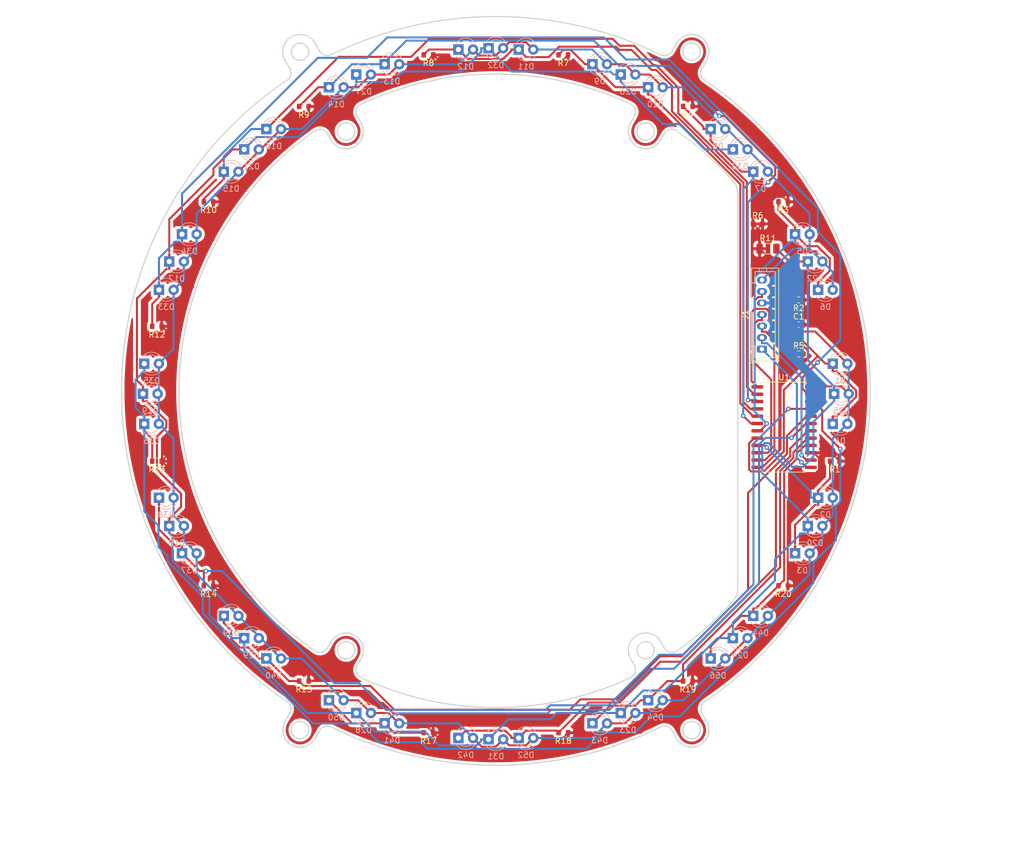
<source format=kicad_pcb>
(kicad_pcb (version 20211014) (generator pcbnew)
  (layers (0 "F.Cu" signal) (31 "B.Cu" signal) (34 "B.Paste" user) (35 "F.Paste" user) (36 "B.SilkS" user "B.Silkscreen") (37 "F.SilkS" user "F.Silkscreen") (38 "B.Mask" user) (39 "F.Mask" user) (44 "Edge.Cuts" user))
  (net 0 "")
  (net 1 "GND")
  (net 2 "SIG15")
  (net 3 "SIG14")
  (net 4 "SIG13")
  (net 5 "SIG12")
  (net 6 "SIG11")
  (net 7 "SIG10")
  (net 8 "SIG9")
  (net 9 "SIG8")
  (net 10 "Net-(D17-Pad1)")
  (net 11 "SIG7")
  (net 12 "SIG6")
  (net 13 "SIG5")
  (net 14 "SIG4")
  (net 15 "Net-(J1-Pad6)")
  (net 16 "SIG3")
  (net 17 "SIG2")
  (net 18 "SIG1")
  (net 19 "SIG0")
  (net 20 "Net-(J1-Pad4)")
  (net 21 "Net-(J1-Pad3)")
  (net 22 "Net-(J1-Pad1)")
  (net 23 "Net-(J1-Pad2)")
  (net 24 "+3.3V")
  (footprint "Resistor_SMD:R_0603_1608Metric" (layer "F.Cu") (at 227.584 85.598)
    (fp_text reference "R5")
    (fp_text value "3.3k")
  )
  (footprint "Resistor_SMD:R_0603_1608Metric" (layer "F.Cu") (at 141.6658 142.3882 180)
    (fp_text reference "R15")
    (fp_text value "1k")
  )
  (footprint "Resistor_SMD:R_0603_1608Metric" (layer "F.Cu") (at 220.472 62.992)
    (fp_text reference "R6")
    (fp_text value "10k")
  )
  (footprint "Resistor_SMD:R_0603_1608Metric" (layer "F.Cu") (at 233.8471 104.2054 180)
    (fp_text reference "R1")
    (fp_text value "1k")
  )
  (footprint "Capacitor_SMD:C_0603_1608Metric" (layer "F.Cu") (at 227.584 80.518)
    (fp_text reference "C1")
    (fp_text value "0.1uF")
  )
  (footprint "Resistor_SMD:R_0603_1608Metric" (layer "F.Cu") (at 224.8882 125.8342 180)
    (fp_text reference "R20")
    (fp_text value "1k")
  )
  (footprint "Resistor_SMD:R_0603_1608Metric" (layer "F.Cu") (at 208.3342 42.6118 180)
    (fp_text reference "R4")
    (fp_text value "1k")
  )
  (footprint "Resistor_SMD:R_0603_1608Metric" (layer "F.Cu") (at 125.1118 125.8342 180)
    (fp_text reference "R14")
    (fp_text value "1k")
  )
  (footprint "Connector_JST:JST_PH_B7B-PH-K_1x07_P2.00mm_Vertical" (layer "F.Cu") (at 221.2 84.75 90)
    (fp_text reference "J1")
    (fp_text value "Signal Port")
  )
  (footprint "Resistor_SMD:R_0603_1608Metric" (layer "F.Cu") (at 186.7054 33.6529 180)
    (fp_text reference "R7")
    (fp_text value "1k")
  )
  (footprint "Resistor_SMD:R_0603_1608Metric" (layer "F.Cu") (at 116.1529 104.2054 180)
    (fp_text reference "R13")
    (fp_text value "1k")
  )
  (footprint "Resistor_SMD:R_0603_1608Metric" (layer "F.Cu") (at 141.6658 42.6118 180)
    (fp_text reference "R9")
    (fp_text value "1k")
  )
  (footprint "Package_SO:SOIC-24W_7.5x15.4mm_P1.27mm" (layer "F.Cu") (at 225.044 98.298)
    (fp_text reference "U1")
    (fp_text value "CD74HC4067M")
  )
  (footprint "Resistor_SMD:R_0603_1608Metric" (layer "F.Cu") (at 186.7054 151.3471 180)
    (fp_text reference "R18")
    (fp_text value "1k")
  )
  (footprint "Resistor_SMD:R_0603_1608Metric" (layer "F.Cu") (at 224.8882 59.1658 180)
    (fp_text reference "R3")
    (fp_text value "1k")
  )
  (footprint "Resistor_SMD:R_0603_1608Metric" (layer "F.Cu") (at 208.3342 142.3882 180)
    (fp_text reference "R19")
    (fp_text value "1k")
  )
  (footprint "Resistor_SMD:R_0603_1608Metric" (layer "F.Cu") (at 163.2946 33.6529 180)
    (fp_text reference "R8")
    (fp_text value "1k")
  )
  (footprint "Resistor_SMD:R_0603_1608Metric" (layer "F.Cu") (at 227.584 76.2 180)
    (fp_text reference "R2")
    (fp_text value "1k")
  )
  (footprint "Resistor_SMD:R_1206_3216Metric" (layer "F.Cu") (at 222.25 67.31)
    (fp_text reference "R11")
    (fp_text value "180")
  )
  (footprint "Resistor_SMD:R_0603_1608Metric" (layer "F.Cu") (at 116.1529 80.7946 180)
    (fp_text reference "R12")
    (fp_text value "1k")
  )
  (footprint "Resistor_SMD:R_0603_1608Metric" (layer "F.Cu") (at 163.2946 151.3471 180)
    (fp_text reference "R17")
    (fp_text value "1k")
  )
  (footprint "Resistor_SMD:R_0603_1608Metric" (layer "F.Cu") (at 125.1118 59.1658 180)
    (fp_text reference "R10")
    (fp_text value "1k")
  )
  (footprint "LED_THT:LED_D3.0mm" (layer "B.Cu") (at 146.0201 145.7206)
    (fp_text reference "D50")
    (fp_text value "D_Photo")
  )
  (footprint "LED_THT:LED_D3.0mm" (layer "B.Cu") (at 116.502 110.5423)
    (fp_text reference "D38")
    (fp_text value "D_Photo")
  )
  (footprint "LED_THT:LED_D3.0mm" (layer "B.Cu") (at 196.686 147.9328)
    (fp_text reference "D23")
    (fp_text value "LED")
  )
  (footprint "LED_THT:LED_D3.0mm" (layer "B.Cu") (at 155.6827 35.277)
    (fp_text reference "D13")
    (fp_text value "D_Photo")
  )
  (footprint "LED_THT:LED_D3.0mm" (layer "B.Cu") (at 131.2986 50.0736)
    (fp_text reference "D21")
    (fp_text value "LED")
  )
  (footprint "LED_THT:LED_D3.0mm" (layer "B.Cu") (at 113.9533 87.2707)
    (fp_text reference "D35")
    (fp_text value "D_Photo")
  )
  (footprint "LED_THT:LED_D3.0mm" (layer "B.Cu") (at 150.764 37.0672)
    (fp_text reference "D27")
    (fp_text value "LED")
  )
  (footprint "LED_THT:LED_D3.0mm" (layer "B.Cu") (at 233.725 92.5)
    (fp_text reference "D25")
    (fp_text value "LED")
  )
  (footprint "LED_THT:LED_D3.0mm" (layer "B.Cu") (at 120.5044 64.7951)
    (fp_text reference "D34")
    (fp_text value "D_Photo")
  )
  (footprint "LED_THT:LED_D3.0mm" (layer "B.Cu") (at 173.725 32.5)
    (fp_text reference "D32")
    (fp_text value "LED")
  )
  (footprint "LED_THT:LED_D3.0mm" (layer "B.Cu") (at 168.4957 152.2717)
    (fp_text reference "D42")
    (fp_text value "D_Photo")
  )
  (footprint "LED_THT:LED_D3.0mm" (layer "B.Cu") (at 233.4967 97.7293)
    (fp_text reference "D4")
    (fp_text value "D_Photo")
  )
  (footprint "LED_THT:LED_D3.0mm" (layer "B.Cu") (at 229.1578 69.539)
    (fp_text reference "D22")
    (fp_text value "LED")
  )
  (footprint "LED_THT:LED_D3.0mm" (layer "B.Cu") (at 230.948 110.5423)
    (fp_text reference "D2")
    (fp_text value "D_Photo")
  )
  (footprint "LED_THT:LED_D3.0mm" (layer "B.Cu") (at 201.4299 145.7206)
    (fp_text reference "D54")
    (fp_text value "D_Photo")
  )
  (footprint "LED_THT:LED_D3.0mm" (layer "B.Cu") (at 212.2923 138.4627)
    (fp_text reference "D56")
    (fp_text value "D_Photo")
  )
  (footprint "LED_THT:LED_D3.0mm" (layer "B.Cu") (at 216.1514 50.0736)
    (fp_text reference "D30")
    (fp_text value "LED")
  )
  (footprint "LED_THT:LED_D3.0mm" (layer "B.Cu") (at 120.5044 120.2049)
    (fp_text reference "D37")
    (fp_text value "D_Photo")
  )
  (footprint "LED_THT:LED_D3.0mm" (layer "B.Cu") (at 127.7623 131.0673)
    (fp_text reference "D39")
    (fp_text value "D_Photo")
  )
  (footprint "LED_THT:LED_D3.0mm" (layer "B.Cu") (at 131.2986 134.9264)
    (fp_text reference "D29")
    (fp_text value "LED")
  )
  (footprint "LED_THT:LED_D3.0mm" (layer "B.Cu") (at 150.764 147.9328)
    (fp_text reference "D28")
    (fp_text value "LED")
  )
  (footprint "LED_THT:LED_D3.0mm" (layer "B.Cu") (at 212.2923 46.5373)
    (fp_text reference "D8")
    (fp_text value "D_Photo")
  )
  (footprint "LED_THT:LED_D3.0mm" (layer "B.Cu") (at 118.2922 115.461)
    (fp_text reference "D18")
    (fp_text value "LED")
  )
  (footprint "LED_THT:LED_D3.0mm" (layer "B.Cu") (at 219.6877 131.0673)
    (fp_text reference "D44")
    (fp_text value "D_Photo")
  )
  (footprint "LED_THT:LED_D3.0mm" (layer "B.Cu") (at 173.725 152.5)
    (fp_text reference "D31")
    (fp_text value "LED")
  )
  (footprint "LED_THT:LED_D3.0mm" (layer "B.Cu") (at 135.1577 138.4627)
    (fp_text reference "D40")
    (fp_text value "D_Photo")
  )
  (footprint "LED_THT:LED_D3.0mm" (layer "B.Cu") (at 113.725 92.5)
    (fp_text reference "D19")
    (fp_text value "LED")
  )
  (footprint "LED_THT:LED_D3.0mm" (layer "B.Cu") (at 196.686 37.0672)
    (fp_text reference "D26")
    (fp_text value "LED")
  )
  (footprint "LED_THT:LED_D3.0mm" (layer "B.Cu") (at 116.502 74.4577)
    (fp_text reference "D33")
    (fp_text value "D_Photo")
  )
  (footprint "LED_THT:LED_D3.0mm" (layer "B.Cu") (at 178.9543 152.2717)
    (fp_text reference "D52")
    (fp_text value "D_Photo")
  )
  (footprint "LED_THT:LED_D3.0mm" (layer "B.Cu") (at 191.7674 35.277)
    (fp_text reference "D9")
    (fp_text value "D_Photo")
  )
  (footprint "LED_THT:LED_D3.0mm" (layer "B.Cu") (at 168.4957 32.7283)
    (fp_text reference "D12")
    (fp_text value "D_Photo")
  )
  (footprint "LED_THT:LED_D3.0mm" (layer "B.Cu") (at 216.1514 134.9264)
    (fp_text reference "D24")
    (fp_text value "LED")
  )
  (footprint "LED_THT:LED_D3.0mm" (layer "B.Cu") (at 201.4299 39.2793)
    (fp_text reference "D10")
    (fp_text value "D_Photo")
  )
  (footprint "LED_THT:LED_D3.0mm" (layer "B.Cu") (at 226.9457 120.2049)
    (fp_text reference "D3")
    (fp_text value "D_Photo")
  )
  (footprint "LED_THT:LED_D3.0mm" (layer "B.Cu") (at 146.0201 39.2793)
    (fp_text reference "D14")
    (fp_text value "D_Photo")
  )
  (footprint "LED_THT:LED_D3.0mm" (layer "B.Cu") (at 219.6877 53.9327)
    (fp_text reference "D7")
    (fp_text value "D_Photo")
  )
  (footprint "LED_THT:LED_D3.0mm" (layer "B.Cu") (at 113.9533 97.7293)
    (fp_text reference "D36")
    (fp_text value "D_Photo")
  )
  (footprint "LED_THT:LED_D3.0mm" (layer "B.Cu") (at 229.1578 115.461)
    (fp_text reference "D20")
    (fp_text value "LED")
  )
  (footprint "LED_THT:LED_D3.0mm" (layer "B.Cu") (at 191.7674 149.723)
    (fp_text reference "D43")
    (fp_text value "D_Photo")
  )
  (footprint "LED_THT:LED_D3.0mm" (layer "B.Cu") (at 135.1577 46.5373)
    (fp_text reference "D16")
    (fp_text value "D_Photo")
  )
  (footprint "LED_THT:LED_D3.0mm" (layer "B.Cu") (at 127.7623 53.9327)
    (fp_text reference "D15")
    (fp_text value "D_Photo")
  )
  (footprint "LED_THT:LED_D3.0mm" (layer "B.Cu") (at 118.2922 69.539)
    (fp_text reference "D17")
    (fp_text value "LED")
  )
  (footprint "LED_THT:LED_D3.0mm" (layer "B.Cu") (at 178.9543 32.7283)
    (fp_text reference "D11")
    (fp_text value "D_Photo")
  )
  (footprint "LED_THT:LED_D3.0mm" (layer "B.Cu") (at 226.9457 64.7951)
    (fp_text reference "D5")
    (fp_text value "D_Photo")
  )
  (footprint "LED_THT:LED_D3.0mm" (layer "B.Cu") (at 233.4967 87.2707)
    (fp_text reference "D1")
    (fp_text value "D_Photo")
  )
  (footprint "LED_THT:LED_D3.0mm" (layer "B.Cu") (at 230.948 74.4577)
    (fp_text reference "D6")
    (fp_text value "D_Photo")
  )
  (footprint "LED_THT:LED_D3.0mm" (layer "B.Cu") (at 155.6827 149.723)
    (fp_text reference "D41")
    (fp_text value "D_Photo")
  )
  (gr_arc (start 199.057031 139.668277) (mid 199.189272 140.867162) (end 198.39607 141.775796) (layer "Edge.Cuts") (width 0.2))
  (gr_line (start 204.253183 47.331935) (end 203.597977 48.466785) (layer "Edge.Cuts") (width 0.2))
  (gr_arc (start 205.57561 33.041425) (mid 204.713635 33.726357) (end 203.616195 33.638238) (layer "Edge.Cuts") (width 0.2))
  (gr_arc (start 139.22804 36.041425) (mid 139.390175 37.130373) (end 138.765188 38.036734) (layer "Edge.Cuts") (width 0.2))
  (gr_arc (start 216.249902 55.621026) (mid 216.806174 56.544669) (end 216.999902 57.60534) (layer "Edge.Cuts") (width 0.2))
  (gr_circle (center 200.999901 46.966785) (end 199.499901 46.966785) (layer "Edge.Cuts") (width 0.2) (fill none))
  (gr_arc (start 143.597977 152.389833) (mid 139.499891 153.487891) (end 138.401825 149.389833) (layer "Edge.Cuts") (width 0.2))
  (gr_line (start 210.771762 36.041425) (end 211.597977 34.610379) (layer "Edge.Cuts") (width 0.2))
  (gr_circle (center 148.999901 137.033427) (end 147.499901 137.033427) (layer "Edge.Cuts") (width 0.2) (fill none))
  (gr_line (start 216.999902 126.394872) (end 216.999902 57.60534) (layer "Edge.Cuts") (width 0.2))
  (gr_arc (start 216.999902 126.394872) (mid 216.806139 127.455533) (end 216.249902 128.379186) (layer "Edge.Cuts") (width 0.2))
  (gr_arc (start 210.771762 147.958787) (mid 210.609607 146.869837) (end 211.234614 145.963478) (layer "Edge.Cuts") (width 0.2))
  (gr_line (start 151.597977 138.533427) (end 150.942771 139.668277) (layer "Edge.Cuts") (width 0.2))
  (gr_line (start 144.424192 33.041425) (end 143.597977 31.610379) (layer "Edge.Cuts") (width 0.2))
  (gr_arc (start 211.234614 38.036734) (mid 239.999901 92.000106) (end 211.234614 145.963478) (layer "Edge.Cuts") (width 0.2))
  (gr_arc (start 151.603732 42.224416) (mid 174.999901 37.000106) (end 198.39607 42.224416) (layer "Edge.Cuts") (width 0.2))
  (gr_arc (start 143.590974 46.850585) (mid 144.774484 46.61797) (end 145.746619 47.331935) (layer "Edge.Cuts") (width 0.2))
  (gr_arc (start 216.249902 128.379186) (mid 211.593071 133.060304) (end 206.408828 137.149627) (layer "Edge.Cuts") (width 0.2))
  (gr_arc (start 203.616195 150.361974) (mid 174.999901 157.000106) (end 146.383607 150.361974) (layer "Edge.Cuts") (width 0.2))
  (gr_line (start 203.597977 135.533427) (end 204.253183 136.668277) (layer "Edge.Cuts") (width 0.2))
  (gr_circle (center 208.999901 150.889833) (end 207.499901 150.889833) (layer "Edge.Cuts") (width 0.2) (fill none))
  (gr_line (start 199.057031 139.668277) (end 198.401825 138.533427) (layer "Edge.Cuts") (width 0.2))
  (gr_arc (start 150.942771 44.331935) (mid 150.810511 43.13305) (end 151.603732 42.224416) (layer "Edge.Cuts") (width 0.2))
  (gr_line (start 198.401825 45.466785) (end 199.057031 44.331935) (layer "Edge.Cuts") (width 0.2))
  (gr_circle (center 140.999901 150.889833) (end 139.499901 150.889833) (layer "Edge.Cuts") (width 0.2) (fill none))
  (gr_line (start 150.942771 44.331935) (end 151.597977 45.466785) (layer "Edge.Cuts") (width 0.2))
  (gr_circle (center 208.999901 33.110379) (end 207.499901 33.110379) (layer "Edge.Cuts") (width 0.2) (fill none))
  (gr_arc (start 144.424192 150.958787) (mid 145.286166 150.273851) (end 146.383607 150.361974) (layer "Edge.Cuts") (width 0.2))
  (gr_arc (start 198.39607 141.775796) (mid 174.999901 147.000106) (end 151.603732 141.775796) (layer "Edge.Cuts") (width 0.2))
  (gr_circle (center 148.999901 46.966785) (end 147.499901 46.966785) (layer "Edge.Cuts") (width 0.2) (fill none))
  (gr_line (start 139.22804 147.958787) (end 138.401825 149.389833) (layer "Edge.Cuts") (width 0.2))
  (gr_arc (start 206.408828 46.850585) (mid 211.593072 50.939907) (end 216.249902 55.621026) (layer "Edge.Cuts") (width 0.2))
  (gr_arc (start 138.401825 34.610379) (mid 139.499906 30.512334) (end 143.597977 31.610379) (layer "Edge.Cuts") (width 0.2))
  (gr_arc (start 143.590974 137.149627) (mid 119.999902 92.000106) (end 143.590974 46.850585) (layer "Edge.Cuts") (width 0.2))
  (gr_arc (start 206.408828 137.149627) (mid 205.225316 137.382241) (end 204.253183 136.668277) (layer "Edge.Cuts") (width 0.2))
  (gr_arc (start 198.39607 42.224416) (mid 199.189289 43.133051) (end 199.057031 44.331935) (layer "Edge.Cuts") (width 0.2))
  (gr_arc (start 151.603732 141.775796) (mid 150.810504 140.86716) (end 150.942771 139.668277) (layer "Edge.Cuts") (width 0.2))
  (gr_line (start 145.746619 136.668277) (end 146.401825 135.533427) (layer "Edge.Cuts") (width 0.2))
  (gr_circle (center 140.999901 33.110379) (end 139.499901 33.110379) (layer "Edge.Cuts") (width 0.2) (fill none))
  (gr_arc (start 206.401825 31.610379) (mid 210.499905 30.512316) (end 211.597977 34.610379) (layer "Edge.Cuts") (width 0.2))
  (gr_arc (start 211.597977 149.389833) (mid 210.499892 153.487862) (end 206.401825 152.389833) (layer "Edge.Cuts") (width 0.2))
  (gr_arc (start 203.597977 48.466785) (mid 199.499903 49.56487) (end 198.401825 45.466785) (layer "Edge.Cuts") (width 0.2))
  (gr_arc (start 138.765188 145.963478) (mid 139.390169 146.869837) (end 139.22804 147.958787) (layer "Edge.Cuts") (width 0.2))
  (gr_arc (start 198.401825 138.533427) (mid 199.499894 134.435313) (end 203.597977 135.533427) (layer "Edge.Cuts") (width 0.2))
  (gr_arc (start 146.383607 33.638238) (mid 174.999901 27.000106) (end 203.616195 33.638238) (layer "Edge.Cuts") (width 0.2))
  (gr_arc (start 204.253183 47.331935) (mid 205.225321 46.617987) (end 206.408828 46.850585) (layer "Edge.Cuts") (width 0.2))
  (gr_line (start 146.401825 48.466785) (end 145.746619 47.331935) (layer "Edge.Cuts") (width 0.2))
  (gr_line (start 211.597977 149.389833) (end 210.771762 147.958787) (layer "Edge.Cuts") (width 0.2))
  (gr_line (start 206.401825 31.610379) (end 205.57561 33.041425) (layer "Edge.Cuts") (width 0.2))
  (gr_circle (center 200.999901 137.033427) (end 199.499901 137.033427) (layer "Edge.Cuts") (width 0.2) (fill none))
  (gr_arc (start 203.616195 150.361974) (mid 204.713608 150.273933) (end 205.57561 150.958787) (layer "Edge.Cuts") (width 0.2))
  (gr_line (start 138.401825 34.610379) (end 139.22804 36.041425) (layer "Edge.Cuts") (width 0.2))
  (gr_line (start 143.597977 152.389833) (end 144.424192 150.958787) (layer "Edge.Cuts") (width 0.2))
  (gr_arc (start 146.401825 135.533427) (mid 150.499893 134.435336) (end 151.597977 138.533427) (layer "Edge.Cuts") (width 0.2))
  (gr_line (start 205.57561 150.958787) (end 206.401825 152.389833) (layer "Edge.Cuts") (width 0.2))
  (gr_arc (start 138.765188 145.963478) (mid 109.999901 92.000106) (end 138.765188 38.036734) (layer "Edge.Cuts") (width 0.2))
  (gr_arc (start 211.234614 38.036734) (mid 210.60954 37.130381) (end 210.771762 36.041425) (layer "Edge.Cuts") (width 0.2))
  (gr_arc (start 146.383607 33.638238) (mid 145.286164 33.726366) (end 144.424192 33.041425) (layer "Edge.Cuts") (width 0.2))
  (gr_arc (start 151.597977 45.466785) (mid 150.499904 49.564883) (end 146.401825 48.466785) (layer "Edge.Cuts") (width 0.2))
  (gr_arc (start 145.746619 136.668277) (mid 144.774481 137.382221) (end 143.590974 137.149627) (layer "Edge.Cuts") (width 0.2))
  (segment (start 221.2578 105.283) (end 220.394 105.283) (width 0.35) (layer "F.Cu") (net 1))
  (segment (start 161.0967 150.3711) (end 163.1436 150.3711) (width 0.35) (layer "F.Cu") (net 1))
  (segment (start 231.0915 80.518) (end 228.409 80.518) (width 0.35) (layer "F.Cu") (net 1))
  (segment (start 126.4869 132.3427) (end 126.5966 132.4524) (width 0.35) (layer "F.Cu") (net 1))
  (segment (start 142.4908 42.6118) (end 149.5631 42.6118) (width 0.35) (layer "F.Cu") (net 1))
  (segment (start 233.8001 103.3334) (end 231.4293 103.3334) (width 0.35) (layer "F.Cu") (net 1))
  (segment (start 138.2314 143.2394) (end 138.9038 143.9118) (width 0.35) (layer "F.Cu") (net 1))
  (segment (start 125.9368 65.7907) (end 122.4105 69.317) (width 0.35) (layer "F.Cu") (net 1))
  (segment (start 234.2187 103.7519) (end 238.1563 99.8143) (width 0.35) (layer "F.Cu") (net 1))
  (segment (start 224.8555 58.3081) (end 225.7132 59.1658) (width 0.35) (layer "F.Cu") (net 1))
  (segment (start 125.9368 59.1658) (end 125.9368 65.7907) (width 0.35) (layer "F.Cu") (net 1))
  (segment (start 159.3745 38.398) (end 164.1196 33.6529) (width 0.35) (layer "F.Cu") (net 1))
  (segment (start 234.2187 103.7519) (end 233.8001 103.3334) (width 0.35) (layer "F.Cu") (net 1))
  (segment (start 209.1592 42.6118) (end 213.8311 42.6118) (width 0.35) (layer "F.Cu") (net 1))
  (segment (start 230.2007 102.743) (end 231.1102 103.6525) (width 0.35) (layer "F.Cu") (net 1))
  (segment (start 122.4105 74.0065) (end 116.9779 79.4391) (width 0.35) (layer "F.Cu") (net 1))
  (segment (start 225.7132 125.8342) (end 225.7132 129.7792) (width 0.35) (layer "F.Cu") (net 1))
  (segment (start 224.0843 58.3081) (end 224.8555 58.3081) (width 0.35) (layer "F.Cu") (net 1))
  (segment (start 223.6216 58.3081) (end 224.0843 58.3081) (width 0.35) (layer "F.Cu") (net 1))
  (segment (start 221.2 76.75) (end 222.4503 76.75) (width 0.35) (layer "F.Cu") (net 1))
  (segment (start 149.5602 144.7205) (end 151.5065 144.7205) (width 0.35) (layer "F.Cu") (net 1))
  (segment (start 153.7769 38.398) (end 159.3745 38.398) (width 0.35) (layer "F.Cu") (net 1))
  (segment (start 130.4297 137.3134) (end 130.5271 137.3134) (width 0.35) (layer "F.Cu") (net 1))
  (segment (start 130.5271 137.3134) (end 132.3722 139.1585) (width 0.35) (layer "F.Cu") (net 1))
  (segment (start 133.1505 139.1585) (end 133.9605 139.9685) (width 0.35) (layer "F.Cu") (net 1))
  (segment (start 134.5592 139.9685) (end 137.8301 143.2394) (width 0.35) (layer "F.Cu") (net 1))
  (segment (start 228.409 80.518) (end 228.359 80.518) (width 0.35) (layer "F.Cu") (net 1))
  (segment (start 128.064 134.8504) (end 128.064 134.9477) (width 0.35) (layer "F.Cu") (net 1))
  (segment (start 238.1563 99.8143) (end 238.1563 87.5828) (width 0.35) (layer "F.Cu") (net 1))
  (segment (start 163.1436 150.3711) (end 164.1196 151.3471) (width 0.35) (layer "F.Cu") (net 1))
  (segment (start 149.5631 42.6118) (end 153.7769 38.398) (width 0.35) (layer "F.Cu") (net 1))
  (segment (start 231.4293 103.3334) (end 231.1102 103.6525) (width 0.35) (layer "F.Cu") (net 1))
  (segment (start 152.9747 146.1887) (end 155.3942 146.1887) (width 0.35) (layer "F.Cu") (net 1))
  (segment (start 226.759 86.4728) (end 228.8261 86.4728) (width 0.35) (layer "F.Cu") (net 1))
  (segment (start 223.8546 75.3457) (end 222.4503 76.75) (width 0.35) (layer "F.Cu") (net 1))
  (segment (start 200.2003 151.3471) (end 209.1592 142.3882) (width 0.35) (layer "F.Cu") (net 1))
  (segment (start 229.2076 85.0408) (end 223.2069 79.0401) (width 0.35) (layer "F.Cu") (net 1))
  (segment (start 129.3152 128.1957) (end 142.4908 141.3713) (width 0.35) (layer "F.Cu") (net 1))
  (segment (start 128.2984 128.1957) (end 126.4869 130.0072) (width 0.35) (layer "F.Cu") (net 1))
  (segment (start 223.8546 75.3457) (end 223.8546 70.3771) (width 0.35) (layer "F.Cu") (net 1))
  (segment (start 229.694 102.743) (end 230.2007 102.743) (width 0.35) (layer "F.Cu") (net 1))
  (segment (start 121.4666 108.6941) (end 121.4666 113.9958) (width 0.35) (layer "F.Cu") (net 1))
  (segment (start 142.4908 43.6131) (end 142.4908 42.6118) (width 0.35) (layer "F.Cu") (net 1))
  (segment (start 220.472 63.817) (end 219.647 62.992) (width 0.35) (layer "F.Cu") (net 1))
  (segment (start 238.1563 87.5828) (end 231.0915 80.518) (width 0.35) (layer "F.Cu") (net 1))
  (segment (start 155.3942 146.1887) (end 157.231 148.0255) (width 0.35) (layer "F.Cu") (net 1))
  (segment (start 125.9368 59.1658) (end 126.9381 59.1658) (width 0.35) (layer "F.Cu") (net 1))
  (segment (start 229.2076 86.0913) (end 229.2076 85.0408) (width 0.35) (layer "F.Cu") (net 1))
  (segment (start 221.297 62.992) (end 221.297 60.6327) (width 0.35) (layer "F.Cu") (net 1))
  (segment (start 121.4666 113.9958) (end 125.9368 118.466) (width 0.35) (layer "F.Cu") (net 1))
  (segment (start 231.1102 105.6796) (end 225.6703 111.1195) (width 0.35) (layer "F.Cu") (net 1))
  (segment (start 221.297 60.6327) (end 223.6216 58.3081) (width 0.35) (layer "F.Cu") (net 1))
  (segment (start 142.4908 141.3713) (end 142.4908 142.3882) (width 0.35) (layer "F.Cu") (net 1))
  (segment (start 164.1196 151.3471) (end 167.1622 154.3897) (width 0.35) (layer "F.Cu") (net 1))
  (segment (start 126.5966 132.6047) (end 127.7887 133.7968) (width 0.35) (layer "F.Cu") (net 1))
  (segment (start 221.297 62.992) (end 220.472 63.817) (width 0.35) (layer "F.Cu") (net 1))
  (segment (start 165.3821 34.9154) (end 186.2679 34.9154) (width 0.35) (layer "F.Cu") (net 1))
  (segment (start 225.6703 125.7913) (end 225.7132 125.8342) (width 0.35) (layer "F.Cu") (net 1))
  (segment (start 184.4878 154.3897) (end 187.5304 151.3471) (width 0.35) (layer "F.Cu") (net 1))
  (segment (start 137.8301 143.2394) (end 138.2314 143.2394) (width 0.35) (layer "F.Cu") (net 1))
  (segment (start 116.9779 104.2054) (end 118.3435 102.8398) (width 0.35) (layer "F.Cu") (net 1))
  (segment (start 223.8546 70.3771) (end 220.7875 67.31) (width 0.35) (layer "F.Cu") (net 1))
  (segment (start 139.8042 144.0339) (end 148.8736 144.0339) (width 0.35) (layer "F.Cu") (net 1))
  (segment (start 213.1042 142.3882) (end 209.1592 142.3882) (width 0.35) (layer "F.Cu") (net 1))
  (segment (start 223.2069 79.0401) (end 223.2069 77.5066) (width 0.35) (layer "F.Cu") (net 1))
  (segment (start 118.3435 82.1602) (end 116.9779 80.7946) (width 0.35) (layer "F.Cu") (net 1))
  (segment (start 226.759 86.4728) (end 224.4342 88.7976) (width 0.35) (layer "F.Cu") (net 1))
  (segment (start 228.8261 86.4728) (end 229.2076 86.0913) (width 0.35) (layer "F.Cu") (net 1))
  (segment (start 132.3722 139.1585) (end 133.1505 139.1585) (width 0.35) (layer "F.Cu") (net 1))
  (segment (start 231.1102 103.6525) (end 231.1102 105.6796) (width 0.35) (layer "F.Cu") (net 1))
  (segment (start 116.9779 79.4391) (end 116.9779 80.7946) (width 0.35) (layer "F.Cu") (net 1))
  (segment (start 133.9605 139.9685) (end 134.5592 139.9685) (width 0.35) (layer "F.Cu") (net 1))
  (segment (start 226.759 85.598) (end 226.759 86.4728) (width 0.35) (layer "F.Cu") (net 1))
  (segment (start 225.6703 111.1195) (end 225.6703 125.7913) (width 0.35) (layer "F.Cu") (net 1))
  (segment (start 224.4342 102.1066) (end 221.2578 105.283) (width 0.35) (layer "F.Cu") (net 1))
  (segment (start 186.2679 34.9154) (end 187.5304 33.6529) (width 0.35) (layer "F.Cu") (net 1))
  (segment (start 122.4105 69.317) (end 122.4105 74.0065) (width 0.35) (layer "F.Cu") (net 1))
  (segment (start 148.8736 144.0339) (end 149.5602 144.7205) (width 0.35) (layer "F.Cu") (net 1))
  (segment (start 157.231 148.0255) (end 158.7511 148.0255) (width 0.35) (layer "F.Cu") (net 1))
  (segment (start 225.7132 129.7792) (end 213.1042 142.3882) (width 0.35) (layer "F.Cu") (net 1))
  (segment (start 126.5966 132.4524) (end 126.5966 132.6047) (width 0.35) (layer "F.Cu") (net 1))
  (segment (start 223.2069 77.5066) (end 222.4503 76.75) (width 0.35) (layer "F.Cu") (net 1))
  (segment (start 224.0843 52.865) (end 224.0843 58.3081) (width 0.35) (layer "F.Cu") (net 1))
  (segment (start 224.4342 88.7976) (end 224.4342 102.1066) (width 0.35) (layer "F.Cu") (net 1))
  (segment (start 234.6721 104.2054) (end 234.2187 103.7519) (width 0.35) (layer "F.Cu") (net 1))
  (segment (start 116.9779 104.2054) (end 121.4666 108.6941) (width 0.35) (layer "F.Cu") (net 1))
  (segment (start 220.7875 67.31) (end 220.7875 64.1325) (width 0.35) (layer "F.Cu") (net 1))
  (segment (start 187.5304 151.3471) (end 200.2003 151.3471) (width 0.35) (layer "F.Cu") (net 1))
  (segment (start 139.6821 143.9118) (end 139.8042 144.0339) (width 0.35) (layer "F.Cu") (net 1))
  (segment (start 126.9381 59.1658) (end 142.4908 43.6131) (width 0.35) (layer "F.Cu") (net 1))
  (segment (start 213.8311 42.6118) (end 224.0843 52.865) (width 0.35) (layer "F.Cu") (net 1))
  (segment (start 118.3435 102.8398) (end 118.3435 82.1602) (width 0.35) (layer "F.Cu") (net 1))
  (segment (start 167.1622 154.3897) (end 184.4878 154.3897) (width 0.35) (layer "F.Cu") (net 1))
  (segment (start 220.7875 64.1325) (end 220.472 63.817) (width 0.35) (layer "F.Cu") (net 1))
  (segment (start 228.409 76.2) (end 227.5547 75.3457) (width 0.35) (layer "F.Cu") (net 1))
  (segment (start 164.1196 33.6529) (end 165.3821 34.9154) (width 0.35) (layer "F.Cu") (net 1))
  (segment (start 128.2984 128.1957) (end 129.3152 128.1957) (width 0.35) (layer "F.Cu") (net 1))
  (segment (start 158.7511 148.0255) (end 161.0967 150.3711) (width 0.35) (layer "F.Cu") (net 1))
  (segment (start 126.4869 130.0072) (end 126.4869 132.3427) (width 0.35) (layer "F.Cu") (net 1))
  (segment (start 127.7887 134.5751) (end 128.064 134.8504) (width 0.35) (layer "F.Cu") (net 1))
  (segment (start 227.5547 75.3457) (end 223.8546 75.3457) (width 0.35) (layer "F.Cu") (net 1))
  (segment (start 128.064 134.9477) (end 130.4297 137.3134) (width 0.35) (layer "F.Cu") (net 1))
  (segment (start 228.409 80.518) (end 228.409 76.2) (width 0.35) (layer "F.Cu") (net 1))
  (segment (start 125.9368 125.8342) (end 128.2984 128.1957) (width 0.35) (layer "F.Cu") (net 1))
  (segment (start 151.5065 144.7205) (end 152.9747 146.1887) (width 0.35) (layer "F.Cu") (net 1))
  (segment (start 138.9038 143.9118) (end 139.6821 143.9118) (width 0.35) (layer "F.Cu") (net 1))
  (segment (start 125.9368 118.466) (end 125.9368 125.8342) (width 0.35) (layer "F.Cu") (net 1))
  (segment (start 127.7887 133.7968) (end 127.7887 134.5751) (width 0.35) (layer "F.Cu") (net 1))
  (segment (start 217.5806 131.0673) (end 219.6877 131.0673) (width 0.35) (layer "F.Cu") (net 2))
  (segment (start 219.6877 131.0673) (end 219.6877 129.792) (width 0.35) (layer "F.Cu") (net 2))
  (segment (start 225.053 105.9856) (end 227.2063 103.8323) (width 0.35) (layer "F.Cu") (net 2))
  (segment (start 224.0632 125.8342) (end 225.053 124.8444) (width 0.35) (layer "F.Cu") (net 2))
  (segment (start 225.053 124.8444) (end 225.053 105.9856) (width 0.35) (layer "F.Cu") (net 2))
  (segment (start 220.1054 129.792) (end 224.0632 125.8342) (width 0.35) (layer "F.Cu") (net 2))
  (segment (start 212.2923 138.4627) (end 212.2923 137.1874) (width 0.35) (layer "F.Cu") (net 2))
  (segment (start 212.2923 137.1874) (end 212.2923 136.3556) (width 0.35) (layer "F.Cu") (net 2))
  (segment (start 212.2923 136.3556) (end 217.5806 131.0673) (width 0.35) (layer "F.Cu") (net 2))
  (segment (start 227.2063 103.8323) (end 227.2063 102.905) (width 0.35) (layer "F.Cu") (net 2))
  (segment (start 227.2063 102.905) (end 228.6383 101.473) (width 0.35) (layer "F.Cu") (net 2))
  (segment (start 219.6877 129.792) (end 220.1054 129.792) (width 0.35) (layer "F.Cu") (net 2))
  (segment (start 228.6383 101.473) (end 229.694 101.473) (width 0.35) (layer "F.Cu") (net 2))
  (segment (start 191.7674 149.723) (end 194.833 146.6574) (width 0.35) (layer "F.Cu") (net 3))
  (segment (start 226.656 102.6769) (end 229.1299 100.203) (width 0.35) (layer "F.Cu") (net 3))
  (segment (start 194.833 146.6574) (end 199.2178 146.6574) (width 0.35) (layer "F.Cu") (net 3))
  (segment (start 224.3502 122.6409) (end 224.3502 105.9101) (width 0.35) (layer "F.Cu") (net 3))
  (segment (start 201.4299 145.7206) (end 200.1546 145.7206) (width 0.35) (layer "F.Cu") (net 3))
  (segment (start 207.5092 139.4819) (end 224.3502 122.6409) (width 0.35) (layer "F.Cu") (net 3))
  (segment (start 224.3502 105.9101) (end 226.656 103.6043) (width 0.35) (layer "F.Cu") (net 3))
  (segment (start 204.7623 142.3882) (end 207.5092 142.3882) (width 0.35) (layer "F.Cu") (net 3))
  (segment (start 229.1299 100.203) (end 229.694 100.203) (width 0.35) (layer "F.Cu") (net 3))
  (segment (start 226.656 103.6043) (end 226.656 102.6769) (width 0.35) (layer "F.Cu") (net 3))
  (segment (start 201.4299 145.7206) (end 204.7623 142.3882) (width 0.35) (layer "F.Cu") (net 3))
  (segment (start 199.2178 146.6574) (end 200.1546 145.7206) (width 0.35) (layer "F.Cu") (net 3))
  (segment (start 207.5092 142.3882) (end 207.5092 139.4819) (width 0.35) (layer "F.Cu") (net 3))
  (segment (start 178.9543 152.2717) (end 180.238 150.988) (width 0.35) (layer "F.Cu") (net 4))
  (segment (start 185.5213 150.988) (end 185.8804 151.3471) (width 0.35) (layer "F.Cu") (net 4))
  (segment (start 176.6429 150.9964) (end 177.679 152.0325) (width 0.35) (layer "F.Cu") (net 4))
  (segment (start 169.771 150.9964) (end 176.6429 150.9964) (width 0.35) (layer "F.Cu") (net 4))
  (segment (start 223.63 105.852) (end 226.1057 103.3763) (width 0.35) (layer "F.Cu") (net 4))
  (segment (start 203.5526 139.0263) (end 207.0811 139.0263) (width 0.35) (layer "F.Cu") (net 4))
  (segment (start 226.1057 103.3763) (end 226.1057 102.0057) (width 0.35) (layer "F.Cu") (net 4))
  (segment (start 185.8804 151.3471) (end 191.1205 146.107) (width 0.35) (layer "F.Cu") (net 4))
  (segment (start 178.9543 152.2717) (end 177.679 152.2717) (width 0.35) (layer "F.Cu") (net 4))
  (segment (start 177.679 152.0325) (end 177.679 152.2717) (width 0.35) (layer "F.Cu") (net 4))
  (segment (start 196.4719 146.107) (end 203.5526 139.0263) (width 0.35) (layer "F.Cu") (net 4))
  (segment (start 180.238 150.988) (end 185.5213 150.988) (width 0.35) (layer "F.Cu") (net 4))
  (segment (start 229.1784 98.933) (end 229.694 98.933) (width 0.35) (layer "F.Cu") (net 4))
  (segment (start 191.1205 146.107) (end 196.4719 146.107) (width 0.35) (layer "F.Cu") (net 4))
  (segment (start 226.1057 102.0057) (end 229.1784 98.933) (width 0.35) (layer "F.Cu") (net 4))
  (segment (start 207.0811 139.0263) (end 223.63 122.4774) (width 0.35) (layer "F.Cu") (net 4))
  (segment (start 223.63 122.4774) (end 223.63 105.852) (width 0.35) (layer "F.Cu") (net 4))
  (segment (start 168.4957 152.2717) (end 169.771 150.9964) (width 0.35) (layer "F.Cu") (net 4))
  (segment (start 229.694 97.663) (end 228.8273 97.663) (width 0.35) (layer "F.Cu") (net 5))
  (segment (start 228.8273 97.663) (end 226.3308 100.1595) (width 0.35) (layer "F.Cu") (net 5))
  (segment (start 155.6827 149.723) (end 157.3068 151.3471) (width 0.35) (layer "F.Cu") (net 5))
  (segment (start 146.0201 145.7206) (end 150.0225 149.723) (width 0.35) (layer "F.Cu") (net 5))
  (segment (start 157.3068 151.3471) (end 162.4696 151.3471) (width 0.35) (layer "F.Cu") (net 5))
  (segment (start 150.0225 149.723) (end 155.6827 149.723) (width 0.35) (layer "F.Cu") (net 5))
  (via (at 226.3308 100.1595) (size 0.8) (drill 0.4) (layers "F.Cu" "B.Cu") (net 5))
  (segment (start 205.9344 140.2457) (end 220.697 125.4831) (width 0.35) (layer "B.Cu") (net 5))
  (segment (start 157.4142 147.9915) (end 183.9821 147.9915) (width 0.35) (layer "B.Cu") (net 5))
  (segment (start 201.8502 140.2457) (end 205.9344 140.2457) (width 0.35) (layer "B.Cu") (net 5))
  (segment (start 220.697 125.4831) (end 220.697 101.2801) (width 0.35) (layer "B.Cu") (net 5))
  (segment (start 155.6827 149.723) (end 157.4142 147.9915) (width 0.35) (layer "B.Cu") (net 5))
  (segment (start 220.697 101.2801) (end 221.8176 100.1595) (width 0.35) (layer "B.Cu") (net 5))
  (segment (start 194.7135 147.3824) (end 201.8502 140.2457) (width 0.35) (layer "B.Cu") (net 5))
  (segment (start 221.8176 100.1595) (end 226.3308 100.1595) (width 0.35) (layer "B.Cu") (net 5))
  (segment (start 183.9821 147.9915) (end 184.5912 147.3824) (width 0.35) (layer "B.Cu") (net 5))
  (segment (start 184.5912 147.3824) (end 194.7135 147.3824) (width 0.35) (layer "B.Cu") (net 5))
  (segment (start 141.6919 143.2393) (end 153.2232 143.2393) (width 0.35) (layer "F.Cu") (net 6))
  (segment (start 157.3543 147.3704) (end 187.8684 147.3704) (width 0.35) (layer "F.Cu") (net 6))
  (segment (start 129.0376 135.0459) (end 130.562 136.5703) (width 0.35) (layer "F.Cu") (net 6))
  (segment (start 203.5082 138.0818) (end 207.2472 138.0818) (width 0.35) (layer "F.Cu") (net 6))
  (segment (start 130.562 136.5703) (end 131.99 136.5703) (width 0.35) (layer "F.Cu") (net 6))
  (segment (start 129.0376 133.6179) (end 129.0376 135.0459) (width 0.35) (layer "F.Cu") (net 6))
  (segment (start 140.8408 142.3882) (end 141.6919 143.2393) (width 0.35) (layer "F.Cu") (net 6))
  (segment (start 225.5554 102.9454) (end 225.5554 99.7944) (width 0.35) (layer "F.Cu") (net 6))
  (segment (start 131.99 136.5703) (end 133.8824 138.4627) (width 0.35) (layer "F.Cu") (net 6))
  (segment (start 225.5554 99.7944) (end 228.9568 96.393) (width 0.35) (layer "F.Cu") (net 6))
  (segment (start 196.0334 145.5566) (end 203.5082 138.0818) (width 0.35) (layer "F.Cu") (net 6))
  (segment (start 228.9568 96.393) (end 229.694 96.393) (width 0.35) (layer "F.Cu") (net 6))
  (segment (start 139.0832 142.3882) (end 140.8408 142.3882) (width 0.35) (layer "F.Cu") (net 6))
  (segment (start 218.78 126.549) (end 218.78 109.7208) (width 0.35) (layer "F.Cu") (net 6))
  (segment (start 207.2472 138.0818) (end 218.78 126.549) (width 0.35) (layer "F.Cu") (net 6))
  (segment (start 187.8684 147.3704) (end 189.6822 145.5566) (width 0.35) (layer "F.Cu") (net 6))
  (segment (start 135.1577 138.4627) (end 139.0832 142.3882) (width 0.35) (layer "F.Cu") (net 6))
  (segment (start 127.7623 132.3426) (end 129.0376 133.6179) (width 0.35) (layer "F.Cu") (net 6))
  (segment (start 153.2232 143.2393) (end 157.3543 147.3704) (width 0.35) (layer "F.Cu") (net 6))
  (segment (start 127.7623 131.0673) (end 127.7623 132.3426) (width 0.35) (layer "F.Cu") (net 6))
  (segment (start 189.6822 145.5566) (end 196.0334 145.5566) (width 0.35) (layer "F.Cu") (net 6))
  (segment (start 218.78 109.7208) (end 225.5554 102.9454) (width 0.35) (layer "F.Cu") (net 6))
  (segment (start 135.1577 138.4627) (end 133.8824 138.4627) (width 0.35) (layer "F.Cu") (net 6))
  (segment (start 120.5044 120.2049) (end 120.5044 118.9296) (width 0.35) (layer "F.Cu") (net 7))
  (segment (start 229.694 95.123) (end 225.787 95.123) (width 0.35) (layer "F.Cu") (net 7))
  (segment (start 116.502 116.0431) (end 116.502 110.5423) (width 0.35) (layer "F.Cu") (net 7))
  (segment (start 124.6553 123.2706) (end 124.2868 123.6391) (width 0.35) (layer "F.Cu") (net 7))
  (segment (start 124.6553 123.2706) (end 123.5701 123.2706) (width 0.35) (layer "F.Cu") (net 7))
  (segment (start 119.3885 118.9296) (end 116.502 116.0431) (width 0.35) (layer "F.Cu") (net 7))
  (segment (start 124.2868 123.6391) (end 124.2868 125.8342) (width 0.35) (layer "F.Cu") (net 7))
  (segment (start 123.5701 123.2706) (end 120.5044 120.2049) (width 0.35) (layer "F.Cu") (net 7))
  (segment (start 120.5044 118.9296) (end 119.3885 118.9296) (width 0.35) (layer "F.Cu") (net 7))
  (via (at 225.787 95.123) (size 0.8) (drill 0.4) (layers "F.Cu" "B.Cu") (net 7))
  (via (at 124.6553 123.2706) (size 0.8) (drill 0.4) (layers "F.Cu" "B.Cu") (net 7))
  (segment (start 155.8922 147.3743) (end 183.6686 147.3743) (width 0.35) (layer "B.Cu") (net 7))
  (segment (start 194.5924 146.5917) (end 203.3557 137.8284) (width 0.35) (layer "B.Cu") (net 7))
  (segment (start 183.6686 147.3743) (end 184.4512 146.5917) (width 0.35) (layer "B.Cu") (net 7))
  (segment (start 127.4729 123.2706) (end 146.9534 142.7511) (width 0.35) (layer "B.Cu") (net 7))
  (segment (start 151.269 142.7511) (end 155.8922 147.3743) (width 0.35) (layer "B.Cu") (net 7))
  (segment (start 207.5007 137.8284) (end 219.7307 125.5984) (width 0.35) (layer "B.Cu") (net 7))
  (segment (start 219.7307 125.5984) (end 219.7307 101.1793) (width 0.35) (layer "B.Cu") (net 7))
  (segment (start 124.6553 123.2706) (end 127.4729 123.2706) (width 0.35) (layer "B.Cu") (net 7))
  (segment (start 219.7307 101.1793) (end 225.787 95.123) (width 0.35) (layer "B.Cu") (net 7))
  (segment (start 203.3557 137.8284) (end 207.5007 137.8284) (width 0.35) (layer "B.Cu") (net 7))
  (segment (start 146.9534 142.7511) (end 151.269 142.7511) (width 0.35) (layer "B.Cu") (net 7))
  (segment (start 184.4512 146.5917) (end 194.5924 146.5917) (width 0.35) (layer "B.Cu") (net 7))
  (segment (start 113.9533 97.7293) (end 113.9533 99.0046) (width 0.35) (layer "F.Cu") (net 8))
  (segment (start 229.694 93.853) (end 230.2069 93.853) (width 0.35) (layer "F.Cu") (net 8))
  (segment (start 231.6589 98.9132) (end 234.8074 102.0617) (width 0.35) (layer "F.Cu") (net 8))
  (segment (start 231.6589 95.305) (end 231.6589 98.9132) (width 0.35) (layer "F.Cu") (net 8))
  (segment (start 115.3279 100.3792) (end 115.3279 104.2054) (width 0.35) (layer "F.Cu") (net 8))
  (segment (start 113.9533 99.0046) (end 115.3279 100.3792) (width 0.35) (layer "F.Cu") (net 8))
  (segment (start 230.2069 93.853) (end 231.6589 95.305) (width 0.35) (layer "F.Cu") (net 8))
  (via (at 234.8074 102.0617) (size 0.8) (drill 0.4) (layers "F.Cu" "B.Cu") (net 8))
  (segment (start 163.1608 154.1507) (end 190.7109 154.1507) (width 0.35) (layer "B.Cu") (net 8))
  (segment (start 113.9533 87.2707) (end 113.9533 88.546) (width 0.35) (layer "B.Cu") (net 8))
  (segment (start 190.7109 154.1507) (end 193.546 151.3156) (width 0.35) (layer "B.Cu") (net 8))
  (segment (start 112.4496 94.9503) (end 112.4496 90.0497) (width 0.35) (layer "B.Cu") (net 8))
  (segment (start 143.2476 149.7585) (end 151.4221 149.7585) (width 0.35) (layer "B.Cu") (net 8))
  (segment (start 113.9533 97.7293) (end 113.9533 112.9391) (width 0.35) (layer "B.Cu") (net 8))
  (segment (start 113.9533 96.454) (end 112.4496 94.9503) (width 0.35) (layer "B.Cu") (net 8))
  (segment (start 124.1108 127.7299) (end 124.1108 130.6217) (width 0.35) (layer "B.Cu") (net 8))
  (segment (start 230.1202 125.332) (end 230.1202 121.8288) (width 0.35) (layer "B.Cu") (net 8))
  (segment (start 154.6669 153.0033) (end 162.0134 153.0033) (width 0.35) (layer "B.Cu") (net 8))
  (segment (start 116.4094 115.3952) (end 116.4094 119.0766) (width 0.35) (layer "B.Cu") (net 8))
  (segment (start 234.8074 111.1896) (end 234.8074 102.0617) (width 0.35) (layer "B.Cu") (net 8))
  (segment (start 113.9533 112.9391) (end 116.4094 115.3952) (width 0.35) (layer "B.Cu") (net 8))
  (segment (start 162.0134 153.0033) (end 163.1608 154.1507) (width 0.35) (layer "B.Cu") (net 8))
  (segment (start 201.9771 148.4908) (end 206.9614 148.4908) (width 0.35) (layer "B.Cu") (net 8))
  (segment (start 151.4221 149.7585) (end 154.6669 153.0033) (width 0.35) (layer "B.Cu") (net 8))
  (segment (start 199.1523 151.3156) (end 201.9771 148.4908) (width 0.35) (layer "B.Cu") (net 8))
  (segment (start 116.4094 119.0766) (end 118.0172 120.6844) (width 0.35) (layer "B.Cu") (net 8))
  (segment (start 193.546 151.3156) (end 199.1523 151.3156) (width 0.35) (layer "B.Cu") (net 8))
  (segment (start 206.9614 148.4908) (end 230.1202 125.332) (width 0.35) (layer "B.Cu") (net 8))
  (segment (start 118.0172 120.6844) (end 118.0172 121.6363) (width 0.35) (layer "B.Cu") (net 8))
  (segment (start 234.0384 117.9106) (end 234.0384 111.9586) (width 0.35) (layer "B.Cu") (net 8))
  (segment (start 118.0172 121.6363) (end 124.1108 127.7299) (width 0.35) (layer "B.Cu") (net 8))
  (segment (start 124.1108 130.6217) (end 143.2476 149.7585) (width 0.35) (layer "B.Cu") (net 8))
  (segment (start 230.1202 121.8288) (end 234.0384 117.9106) (width 0.35) (layer "B.Cu") (net 8))
  (segment (start 234.0384 111.9586) (end 234.8074 111.1896) (width 0.35) (layer "B.Cu") (net 8))
  (segment (start 113.9533 97.7293) (end 113.9533 96.454) (width 0.35) (layer "B.Cu") (net 8))
  (segment (start 112.4496 90.0497) (end 113.9533 88.546) (width 0.35) (layer "B.Cu") (net 8))
  (segment (start 228.2473 91.6454) (end 228.2473 89.6866) (width 0.35) (layer "F.Cu") (net 9))
  (segment (start 229.694 92.583) (end 229.1849 92.583) (width 0.35) (layer "F.Cu") (net 9))
  (segment (start 229.1849 92.583) (end 228.2473 91.6454) (width 0.35) (layer "F.Cu") (net 9))
  (segment (start 116.502 74.4577) (end 116.502 75.733) (width 0.35) (layer "F.Cu") (net 9))
  (segment (start 116.502 75.733) (end 115.3279 76.9071) (width 0.35) (layer "F.Cu") (net 9))
  (segment (start 228.2473 89.6866) (end 230.8692 87.0647) (width 0.35) (layer "F.Cu") (net 9))
  (segment (start 115.3279 76.9071) (end 115.3279 80.7946) (width 0.35) (layer "F.Cu") (net 9))
  (via (at 230.8692 87.0647) (size 0.8) (drill 0.4) (layers "F.Cu" "B.Cu") (net 9))
  (segment (start 119.3885 66.0704) (end 120.5044 66.0704) (width 0.35) (layer "B.Cu") (net 9))
  (segment (start 152.6056 34.1753) (end 156.1527 30.6282) (width 0.35) (layer "B.Cu") (net 9))
  (segment (start 144.0868 34.1753) (end 152.6056 34.1753) (width 0.35) (layer "B.Cu") (net 9))
  (segment (start 197.5966 34.4642) (end 205.0713 34.4642) (width 0.35) (layer "B.Cu") (net 9))
  (segment (start 156.1527 30.6282) (end 193.7606 30.6282) (width 0.35) (layer "B.Cu") (net 9))
  (segment (start 120.5044 64.7951) (end 120.5044 57.7577) (width 0.35) (layer "B.Cu") (net 9))
  (segment (start 205.0713 34.4642) (end 230.9105 60.3034) (width 0.35) (layer "B.Cu") (net 9))
  (segment (start 120.5044 57.7577) (end 144.0868 34.1753) (width 0.35) (layer "B.Cu") (net 9))
  (segment (start 116.502 74.4577) (end 116.502 68.9569) (width 0.35) (layer "B.Cu") (net 9))
  (segment (start 230.9105 64.4162) (end 234.7947 68.3004) (width 0.35) (layer "B.Cu") (net 9))
  (segment (start 116.502 68.9569) (end 119.3885 66.0704) (width 0.35) (layer "B.Cu") (net 9))
  (segment (start 234.7947 83.1392) (end 230.8692 87.0647) (width 0.35) (layer "B.Cu") (net 9))
  (segment (start 234.7947 68.3004) (end 234.7947 83.1392) (width 0.35) (layer "B.Cu") (net 9))
  (segment (start 193.7606 30.6282) (end 197.5966 34.4642) (width 0.35) (layer "B.Cu") (net 9))
  (segment (start 120.5044 64.7951) (end 120.5044 66.0704) (width 0.35) (layer "B.Cu") (net 9))
  (segment (start 230.9105 60.3034) (end 230.9105 64.4162) (width 0.35) (layer "B.Cu") (net 9))
  (segment (start 113.725 92.5) (end 113.725 91.2247) (width 0.35) (layer "F.Cu") (net 10))
  (segment (start 120.3409 109.8505) (end 120.3409 112.137) (width 0.35) (layer "F.Cu") (net 10))
  (segment (start 113.725 92.5) (end 113.725 93.7753) (width 0.35) (layer "F.Cu") (net 10))
  (segment (start 225.9415 69.539) (end 223.7125 67.31) (width 0.35) (layer "F.Cu") (net 10))
  (segment (start 118.2922 69.539) (end 118.2922 70.8143) (width 0.35) (layer "F.Cu") (net 10))
  (segment (start 118.2922 115.461) (end 118.2922 114.1857) (width 0.35) (layer "F.Cu") (net 10))
  (segment (start 118.2922 62.1867) (end 118.2922 69.539) (width 0.35) (layer "F.Cu") (net 10))
  (segment (start 117.7717 97.1844) (end 117.7717 98.3317) (width 0.35) (layer "F.Cu") (net 10))
  (segment (start 113.725 93.7753) (end 114.3626 93.7753) (width 0.35) (layer "F.Cu") (net 10))
  (segment (start 116.1529 105.6625) (end 120.3409 109.8505) (width 0.35) (layer "F.Cu") (net 10))
  (segment (start 129.2685 50.0736) (end 125.9524 53.3897) (width 0.35) (layer "F.Cu") (net 10))
  (segment (start 117.814 70.8143) (end 112.6779 75.9504) (width 0.35) (layer "F.Cu") (net 10))
  (segment (start 112.6779 75.9504) (end 112.6779 90.1776) (width 0.35) (layer "F.Cu") (net 10))
  (segment (start 120.3409 112.137) (end 118.2922 114.1857) (width 0.35) (layer "F.Cu") (net 10))
  (segment (start 116.1529 99.9505) (end 116.1529 105.6625) (width 0.35) (layer "F.Cu") (net 10))
  (segment (start 114.3626 93.7753) (end 117.7717 97.1844) (width 0.35) (layer "F.Cu") (net 10))
  (segment (start 118.2922 70.8143) (end 117.814 70.8143) (width 0.35) (layer "F.Cu") (net 10))
  (segment (start 117.7717 98.3317) (end 116.1529 99.9505) (width 0.35) (layer "F.Cu") (net 10))
  (segment (start 125.9524 54.5265) (end 118.2922 62.1867) (width 0.35) (layer "F.Cu") (net 10))
  (segment (start 131.2986 50.0736) (end 129.2685 50.0736) (width 0.35) (layer "F.Cu") (net 10))
  (segment (start 229.1578 69.539) (end 225.9415 69.539) (width 0.35) (layer "F.Cu") (net 10))
  (segment (start 125.9524 53.3897) (end 125.9524 54.5265) (width 0.35) (layer "F.Cu") (net 10))
  (segment (start 112.6779 90.1776) (end 113.725 91.2247) (width 0.35) (layer "F.Cu") (net 10))
  (segment (start 173.725 32.5) (end 172.4497 32.5) (width 0.35) (layer "B.Cu") (net 10))
  (segment (start 221.2473 106.2752) (end 221.2473 101.5081) (width 0.35) (layer "B.Cu") (net 10))
  (segment (start 118.8425 117.2866) (end 118.8425 121.5097) (width 0.35) (layer "B.Cu") (net 10))
  (segment (start 118.2922 115.461) (end 118.2922 116.7363) (width 0.35) (layer "B.Cu") (net 10))
  (segment (start 229.1578 115.461) (end 229.1578 114.1857) (width 0.35) (layer "B.Cu") (net 10))
  (segment (start 177.1997 149.0253) (end 184.4297 149.0253) (width 0.35) (layer "B.Cu") (net 10))
  (segment (start 131.2986 50.0736) (end 133.4435 47.9287) (width 0.35) (layer "B.Cu") (net 10))
  (segment (start 221.2473 101.5081) (end 221.7015 101.0539) (width 0.35) (layer "B.Cu") (net 10))
  (segment (start 230.1329 97.3674) (end 233.725 93.7753) (width 0.35) (layer "B.Cu") (net 10))
  (segment (start 226.4792 105.1893) (end 228.3568 105.1893) (width 0.35) (layer "B.Cu") (net 10))
  (segment (start 125.2398 130.9246) (end 129.2416 134.9264) (width 0.35) (layer "B.Cu") (net 10))
  (segment (start 196.686 38.3425) (end 204.0137 45.6702) (width 0.35) (layer "B.Cu") (net 10))
  (segment (start 216.1514 134.9264) (end 216.1514 132.2142) (width 0.35) (layer "B.Cu") (net 10))
  (segment (start 213.4793 134.9264) (end 204.3789 144.0268) (width 0.35) (layer "B.Cu") (net 10))
  (segment (start 157.0759 38.3707) (end 150.764 38.3707) (width 0.35) (layer "B.Cu") (net 10))
  (segment (start 172.4497 33.1377) (end 169.0441 36.5433) (width 0.35) (layer "B.Cu") (net 10))
  (segment (start 150.1264 147.9328) (end 149.4887 147.9328) (width 0.35) (layer "B.Cu") (net 10))
  (segment (start 118.2922 116.7363) (end 118.8425 117.2866) (width 0.35) (layer "B.Cu") (net 10))
  (segment (start 118.8425 121.5097) (end 125.2398 127.907) (width 0.35) (layer "B.Cu") (net 10))
  (segment (start 204.0137 45.6702) (end 206.8603 45.6702) (width 0.35) (layer "B.Cu") (net 10))
  (segment (start 196.686 37.0672) (end 195.4107 37.0672) (width 0.35) (layer "B.Cu") (net 10))
  (segment (start 149.4887 147.9327) (end 149.4887 147.9328) (width 0.35) (layer "B.Cu") (net 10))
  (segment (start 150.1264 147.9328) (end 150.764 147.9328) (width 0.35) (layer "B.Cu") (net 10))
  (segment (start 172.4497 32.5) (end 172.4497 33.1377) (width 0.35) (layer "B.Cu") (net 10))
  (segment (start 173.725 152.5) (end 172.4497 152.5) (width 0.35) (layer "B.Cu") (net 10))
  (segment (start 148.3176 41.3272) (end 150.764 38.8808) (width 0.35) (layer "B.Cu") (net 10))
  (segment (start 133.4435 47.9287) (end 140.6891 47.9287) (width 0.35) (layer "B.Cu") (net 10))
  (segment (start 185.5222 147.9328) (end 195.4107 147.9328) (width 0.35) (layer "B.Cu") (net 10))
  (segment (start 184.4297 149.0253) (end 185.5222 147.9328) (width 0.35) (layer "B.Cu") (net 10))
  (segment (start 142.2968 147.9327) (end 149.4887 147.9327) (width 0.35) (layer "B.Cu") (net 10))
  (segment (start 223.4589 121.3193) (end 228.0419 116.7363) (width 0.35) (layer "B.Cu") (net 10))
  (segment (start 233.725 92.5) (end 233.725 91.2247) (width 0.35) (layer "B.Cu") (net 10))
  (segment (start 195.4107 37.0672) (end 194.8959 36.5524) (width 0.35) (layer "B.Cu") (net 10))
  (segment (start 228.0419 116.7363) (end 229.1578 116.7363) (width 0.35) (layer "B.Cu") (net 10))
  (segment (start 229.1578 86.6575) (end 229.1578 70.8143) (width 0.35) (layer "B.Cu") (net 10))
  (segment (start 211.2637 50.0736) (end 214.8761 50.0736) (width 0.35) (layer "B.Cu") (net 10))
  (segment (start 150.764 38.3707) (end 150.764 37.0672) (width 0.35) (layer "B.Cu") (net 10))
  (segment (start 229.1578 114.1857) (end 221.2473 106.2752) (width 0.35) (layer "B.Cu") (net 10))
  (segment (start 216.1514 132.2142) (end 223.4589 124.9067) (width 0.35) (layer "B.Cu") (net 10))
  (segment (start 206.8603 45.6702) (end 211.2637 50.0736) (width 0.35) (layer "B.Cu") (net 10))
  (segment (start 230.1329 103.4132) (end 230.1329 97.3674) (width 0.35) (layer "B.Cu") (net 10))
  (segment (start 162.7047 151.1685) (end 165.0849 153.5487) (width 0.35) (layer "B.Cu") (net 10))
  (segment (start 131.2986 136.9345) (end 142.2968 147.9327) (width 0.35) (layer "B.Cu") (net 10))
  (segment (start 204.3789 144.0268) (end 200.592 144.0268) (width 0.35) (layer "B.Cu") (net 10))
  (segment (start 216.1514 50.0736) (end 214.8761 50.0736) (width 0.35) (layer "B.Cu") (net 10))
  (segment (start 169.0441 36.5433) (end 158.9033 36.5433) (width 0.35) (layer "B.Cu") (net 10))
  (segment (start 165.0849 153.5487) (end 171.6762 153.5487) (width 0.35) (layer "B.Cu") (net 10))
  (segment (start 216.1514 134.9264) (end 213.4793 134.9264) (width 0.35) (layer "B.Cu") (net 10))
  (segment (start 172.4497 152.7752) (end 172.4497 152.5) (width 0.35) (layer "B.Cu") (net 10))
  (segment (start 200.592 144.0268) (end 196.686 147.9328) (width 0.35) (layer "B.Cu") (net 10))
  (segment (start 150.764 147.9328) (end 153.9997 151.1685) (width 0.35) (layer "B.Cu") (net 10))
  (segment (start 229.1578 69.539) (end 229.1578 70.8143) (width 0.35) (layer "B.Cu") (net 10))
  (segment (start 177.7774 36.5524) (end 173.725 32.5) (width 0.35) (layer "B.Cu") (net 10))
  (segment (start 140.6891 47.9287) (end 147.2906 41.3272) (width 0.35) (layer "B.Cu") (net 10))
  (segment (start 228.3568 105.1893) (end 230.1329 103.4132) (width 0.35) (layer "B.Cu") (net 10))
  (segment (start 196.686 37.0672) (end 196.686 38.3425) (width 0.35) (layer "B.Cu") (net 10))
  (segment (start 233.725 91.2247) (end 229.1578 86.6575) (width 0.35) (layer "B.Cu") (net 10))
  (segment (start 147.2906 41.3272) (end 148.3176 41.3272) (width 0.35) (layer "B.Cu") (net 10))
  (segment (start 150.764 38.8808) (end 150.764 38.3707) (width 0.35) (layer "B.Cu") (net 10))
  (segment (start 158.9033 36.5433) (end 157.0759 38.3707) (width 0.35) (layer "B.Cu") (net 10))
  (segment (start 194.8959 36.5524) (end 177.7774 36.5524) (width 0.35) (layer "B.Cu") (net 10))
  (segment (start 125.2398 127.907) (end 125.2398 130.9246) (width 0.35) (layer "B.Cu") (net 10))
  (segment (start 129.2416 134.9264) (end 131.2986 134.9264) (width 0.35) (layer "B.Cu") (net 10))
  (segment (start 171.6762 153.5487) (end 172.4497 152.7752) (width 0.35) (layer "B.Cu") (net 10))
  (segment (start 223.4589 124.9067) (end 223.4589 121.3193) (width 0.35) (layer "B.Cu") (net 10))
  (segment (start 196.686 147.9328) (end 195.4107 147.9328) (width 0.35) (layer "B.Cu") (net 10))
  (segment (start 173.725 152.5) (end 177.1997 149.0253) (width 0.35) (layer "B.Cu") (net 10))
  (segment (start 131.2986 134.9264) (end 131.2986 136.9345) (width 0.35) (layer "B.Cu") (net 10))
  (segment (start 153.9997 151.1685) (end 162.7047 151.1685) (width 0.35) (layer "B.Cu") (net 10))
  (segment (start 233.725 92.5) (end 233.725 93.7753) (width 0.35) (layer "B.Cu") (net 10))
  (segment (start 229.1578 115.461) (end 229.1578 116.7363) (width 0.35) (layer "B.Cu") (net 10))
  (segment (start 222.3438 101.0539) (end 226.4792 105.1893) (width 0.35) (layer "B.Cu") (net 10))
  (segment (start 221.7015 101.0539) (end 222.3438 101.0539) (width 0.35) (layer "B.Cu") (net 10))
  (segment (start 196.4693 32.0695) (end 195.2636 30.8638) (width 0.35) (layer "F.Cu") (net 11))
  (segment (start 163.4238 30.8638) (end 160.286 34.0016) (width 0.35) (layer "F.Cu") (net 11))
  (segment (start 218.5681 91.2961) (end 218.5681 55.6806) (width 0.35) (layer "F.Cu") (net 11))
  (segment (start 124.2868 58.6835) (end 124.2868 59.1658) (width 0.35) (layer "F.Cu") (net 11))
  (segment (start 218.5681 55.6806) (end 206.6749 43.7874) (width 0.35) (layer "F.Cu") (net 11))
  (segment (start 147.6934 34.0016) (end 135.1577 46.5373) (width 0.35) (layer "F.Cu") (net 11))
  (segment (start 202.7737 35.4478) (end 202.3843 35.4478) (width 0.35) (layer "F.Cu") (net 11))
  (segment (start 160.286 34.0016) (end 147.6934 34.0016) (width 0.35) (layer "F.Cu") (net 11))
  (segment (start 199.006 32.0695) (end 196.4693 32.0695) (width 0.35) (layer "F.Cu") (net 11))
  (segment (start 127.7623 55.208) (end 124.2868 58.6835) (width 0.35) (layer "F.Cu") (net 11))
  (segment (start 206.6749 39.349) (end 202.7737 35.4478) (width 0.35) (layer "F.Cu") (net 11))
  (segment (start 195.2636 30.8638) (end 163.4238 30.8638) (width 0.35) (layer "F.Cu") (net 11))
  (segment (start 220.394 92.583) (end 219.855 92.583) (width 0.35) (layer "F.Cu") (net 11))
  (segment (start 127.7623 53.9327) (end 127.7623 55.208) (width 0.35) (layer "F.Cu") (net 11))
  (segment (start 202.3843 35.4478) (end 199.006 32.0695) (width 0.35) (layer "F.Cu") (net 11))
  (segment (start 219.855 92.583) (end 218.5681 91.2961) (width 0.35) (layer "F.Cu") (net 11))
  (segment (start 206.6749 43.7874) (end 206.6749 39.349) (width 0.35) (layer "F.Cu") (net 11))
  (segment (start 127.7623 51.2782) (end 132.5032 46.5373) (width 0.35) (layer "B.Cu") (net 11))
  (segment (start 127.7623 53.9327) (end 127.7623 52.6574) (width 0.35) (layer "B.Cu") (net 11))
  (segment (start 127.7623 52.6574) (end 127.7623 51.2782) (width 0.35) (layer "B.Cu") (net 11))
  (segment (start 132.5032 46.5373) (end 135.1577 46.5373) (width 0.35) (layer "B.Cu") (net 11))
  (segment (start 144.1733 39.2793) (end 146.0201 39.2793) (width 0.35) (layer "F.Cu") (net 12))
  (segment (start 214.7164 44.278) (end 223.5081 53.0697) (width 0.35) (layer "F.Cu") (net 12))
  (segment (start 218.7573 93.6089) (end 220.1499 93.6089) (width 0.35) (layer "F.Cu") (net 12))
  (segment (start 220.1499 93.6089) (end 220.394 93.853) (width 0.35) (layer "F.Cu") (net 12))
  (segment (start 223.5081 54.525) (end 222.279 55.7541) (width 0.35) (layer "F.Cu") (net 12))
  (segment (start 213.7767 44.278) (end 214.7164 44.278) (width 0.35) (layer "F.Cu") (net 12))
  (segment (start 223.5081 53.0697) (end 223.5081 54.525) (width 0.35) (layer "F.Cu") (net 12))
  (segment (start 140.8408 42.6118) (end 144.1733 39.2793) (width 0.35) (layer "F.Cu") (net 12))
  (via (at 222.279 55.7541) (size 0.8) (drill 0.4) (layers "F.Cu" "B.Cu") (net 12))
  (via (at 213.7767 44.278) (size 0.8) (drill 0.4) (layers "F.Cu" "B.Cu") (net 12))
  (via (at 218.7573 93.6089) (size 0.8) (drill 0.4) (layers "F.Cu" "B.Cu") (net 12))
  (segment (start 205.065 35.5662) (end 205.065 35.5663) (width 0.35) (layer "B.Cu") (net 12))
  (segment (start 205.065 35.5663) (end 213.7767 44.278) (width 0.35) (layer "B.Cu") (net 12))
  (segment (start 155.3639 35.277) (end 154.4074 35.277) (width 0.35) (layer "B.Cu") (net 12))
  (segment (start 155.3639 35.277) (end 159.4623 31.1786) (width 0.35) (layer "B.Cu") (net 12))
  (segment (start 196.4003 35.5662) (end 205.065 35.5662) (width 0.35) (layer "B.Cu") (net 12))
  (segment (start 146.0201 39.2793) (end 150.0224 35.277) (width 0.35) (layer "B.Cu") (net 12))
  (segment (start 218.7573 93.6089) (end 218.7573 59.2758) (width 0.35) (layer "B.Cu") (net 12))
  (segment (start 150.0224 35.277) (end 154.4074 35.277) (width 0.35) (layer "B.Cu") (net 12))
  (segment (start 218.7573 59.2758) (end 222.279 55.7541) (width 0.35) (layer "B.Cu") (net 12))
  (segment (start 159.4623 31.1786) (end 192.0127 31.1786) (width 0.35) (layer "B.Cu") (net 12))
  (segment (start 155.6827 35.277) (end 155.3639 35.277) (width 0.35) (layer "B.Cu") (net 12))
  (segment (start 192.0127 31.1786) (end 196.4003 35.5662) (width 0.35) (layer "B.Cu") (net 12))
  (segment (start 177.679 32.7283) (end 177.679 32.9674) (width 0.35) (layer "F.Cu") (net 13))
  (segment (start 219.175 95.123) (end 217.982 93.93) (width 0.35) (layer "F.Cu") (net 13))
  (segment (start 220.394 95.123) (end 219.175 95.123) (width 0.35) (layer "F.Cu") (net 13))
  (segment (start 180.2765 34.0505) (end 178.9543 32.7283) (width 0.35) (layer "F.Cu") (net 13))
  (segment (start 176.2814 34.365) (end 170.1324 34.365) (width 0.35) (layer "F.Cu") (net 13))
  (segment (start 217.982 93.93) (end 217.982 55.873) (width 0.35) (layer "F.Cu") (net 13))
  (segment (start 185.9795 32.2407) (end 184.1697 34.0505) (width 0.35) (layer "F.Cu") (net 13))
  (segment (start 178.9543 32.7283) (end 177.679 32.7283) (width 0.35) (layer "F.Cu") (net 13))
  (segment (start 170.1324 34.365) (end 168.4957 32.7283) (width 0.35) (layer "F.Cu") (net 13))
  (segment (start 195.8622 32.2407) (end 185.9795 32.2407) (width 0.35) (layer "F.Cu") (net 13))
  (segment (start 217.982 55.873) (end 205.5743 43.4653) (width 0.35) (layer "F.Cu") (net 13))
  (segment (start 198.5601 32.791) (end 196.4125 32.791) (width 0.35) (layer "F.Cu") (net 13))
  (segment (start 202.8206 36.2732) (end 202.0423 36.2732) (width 0.35) (layer "F.Cu") (net 13))
  (segment (start 184.1697 34.0505) (end 180.2765 34.0505) (width 0.35) (layer "F.Cu") (net 13))
  (segment (start 205.5743 43.4653) (end 205.5743 39.0269) (width 0.35) (layer "F.Cu") (net 13))
  (segment (start 177.679 32.9674) (end 176.2814 34.365) (width 0.35) (layer "F.Cu") (net 13))
  (segment (start 196.4125 32.791) (end 195.8622 32.2407) (width 0.35) (layer "F.Cu") (net 13))
  (segment (start 162.4696 33.6529) (end 163.3942 32.7283) (width 0.35) (layer "F.Cu") (net 13))
  (segment (start 163.3942 32.7283) (end 168.4957 32.7283) (width 0.35) (layer "F.Cu") (net 13))
  (segment (start 205.5743 39.0269) (end 202.8206 36.2732) (width 0.35) (layer "F.Cu") (net 13))
  (segment (start 202.0423 36.2732) (end 198.5601 32.791) (width 0.35) (layer "F.Cu") (net 13))
  (segment (start 201.4299 39.2793) (end 201.4299 40.5546) (width 0.35) (layer "F.Cu") (net 14))
  (segment (start 217.4317 94.158) (end 219.6667 96.393) (width 0.35) (layer "F.Cu") (net 14))
  (segment (start 188.0166 32.8015) (end 190.4921 35.277) (width 0.35) (layer "F.Cu") (net 14))
  (segment (start 219.6667 96.393) (end 220.394 96.393) (width 0.35) (layer "F.Cu") (net 14))
  (segment (start 217.4317 56.101) (end 217.4317 94.158) (width 0.35) (layer "F.Cu") (net 14))
  (segment (start 195.7697 39.2793) (end 201.4299 39.2793) (width 0.35) (layer "F.Cu") (net 14))
  (segment (start 201.4299 40.5546) (end 201.8853 40.5546) (width 0.35) (layer "F.Cu") (net 14))
  (segment (start 186.7318 32.8015) (end 188.0166 32.8015) (width 0.35) (layer "F.Cu") (net 14))
  (segment (start 201.8853 40.5546) (end 217.4317 56.101) (width 0.35) (layer "F.Cu") (net 14))
  (segment (start 191.7674 35.277) (end 190.4921 35.277) (width 0.35) (layer "F.Cu") (net 14))
  (segment (start 191.7674 35.277) (end 195.7697 39.2793) (width 0.35) (layer "F.Cu") (net 14))
  (segment (start 185.8804 33.6529) (end 186.7318 32.8015) (width 0.35) (layer "F.Cu") (net 14))
  (segment (start 219.3775 90.2965) (end 219.3775 78.3216) (width 0.35) (layer "F.Cu") (net 15))
  (segment (start 220.5208 75.7253) (end 221.2 75.7253) (width 0.35) (layer "F.Cu") (net 15))
  (segment (start 219.9491 77.75) (end 219.9491 76.297) (width 0.35) (layer "F.Cu") (net 15))
  (segment (start 219.3775 78.3216) (end 219.9491 77.75) (width 0.35) (layer "F.Cu") (net 15))
  (segment (start 222.4619 79.6509) (end 228.409 85.598) (width 0.35) (layer "F.Cu") (net 15))
  (segment (start 221.2 74.75) (end 221.2 75.7253) (width 0.35) (layer "F.Cu") (net 15))
  (segment (start 221.9167 77.75) (end 222.4619 78.2952) (width 0.35) (layer "F.Cu") (net 15))
  (segment (start 222.4619 78.2952) (end 222.4619 79.6509) (width 0.35) (layer "F.Cu") (net 15))
  (segment (start 220.394 91.313) (end 219.3775 90.2965) (width 0.35) (layer "F.Cu") (net 15))
  (segment (start 219.9491 76.297) (end 220.5208 75.7253) (width 0.35) (layer "F.Cu") (net 15))
  (segment (start 219.9491 77.75) (end 221.9167 77.75) (width 0.35) (layer "F.Cu") (net 15))
  (segment (start 218.4124 53.9327) (end 217.6571 53.9327) (width 0.35) (layer "F.Cu") (net 16))
  (segment (start 212.2923 46.5373) (end 212.2923 47.8126) (width 0.35) (layer "F.Cu") (net 16))
  (segment (start 217.9472 96.3243) (end 219.2859 97.663) (width 0.35) (layer "F.Cu") (net 16))
  (segment (start 211.017 46.5373) (end 211.017 46.1196) (width 0.35) (layer "F.Cu") (net 16))
  (segment (start 217.6571 53.9327) (end 212.2923 48.5679) (width 0.35) (layer "F.Cu") (net 16))
  (segment (start 212.2923 48.5679) (end 212.2923 47.8126) (width 0.35) (layer "F.Cu") (net 16))
  (segment (start 219.2859 97.663) (end 220.394 97.663) (width 0.35) (layer "F.Cu") (net 16))
  (segment (start 211.017 46.1196) (end 207.5092 42.6118) (width 0.35) (layer "F.Cu") (net 16))
  (segment (start 219.6877 53.9327) (end 218.4124 53.9327) (width 0.35) (layer "F.Cu") (net 16))
  (segment (start 212.2923 46.5373) (end 211.017 46.5373) (width 0.35) (layer "F.Cu") (net 16))
  (via (at 217.9472 96.3243) (size 0.8) (drill 0.4) (layers "F.Cu" "B.Cu") (net 16))
  (segment (start 219.6877 55.208) (end 217.9472 56.9485) (width 0.35) (layer "B.Cu") (net 16))
  (segment (start 219.6877 53.9327) (end 219.6877 55.208) (width 0.35) (layer "B.Cu") (net 16))
  (segment (start 217.9472 56.9485) (end 217.9472 96.3243) (width 0.35) (layer "B.Cu") (net 16))
  (segment (start 224.0632 60.6373) (end 226.9457 63.5198) (width 0.35) (layer "F.Cu") (net 17))
  (segment (start 222.0242 97.8019) (end 220.8931 98.933) (width 0.35) (layer "F.Cu") (net 17))
  (segment (start 224.0632 59.1658) (end 224.0632 60.6373) (width 0.35) (layer "F.Cu") (net 17))
  (segment (start 232.9742 69.0076) (end 230.8407 66.8741) (width 0.35) (layer "F.Cu") (net 17))
  (segment (start 230.948 73.1824) (end 232.9742 71.1562) (width 0.35) (layer "F.Cu") (net 17))
  (segment (start 220.8931 98.933) (end 220.394 98.933) (width 0.35) (layer "F.Cu") (net 17))
  (segment (start 226.9457 64.7951) (end 226.9457 63.5198) (width 0.35) (layer "F.Cu") (net 17))
  (segment (start 222.0242 97.6838) (end 222.0242 97.8019) (width 0.35) (layer "F.Cu") (net 17))
  (segment (start 232.9742 71.1562) (end 232.9742 69.0076) (width 0.35) (layer "F.Cu") (net 17))
  (segment (start 230.948 74.4577) (end 230.948 73.1824) (width 0.35) (layer "F.Cu") (net 17))
  (segment (start 229.0247 66.8741) (end 226.9457 64.7951) (width 0.35) (layer "F.Cu") (net 17))
  (segment (start 230.8407 66.8741) (end 229.0247 66.8741) (width 0.35) (layer "F.Cu") (net 17))
  (via (at 222.0242 97.6838) (size 0.8) (drill 0.4) (layers "F.Cu" "B.Cu") (net 17))
  (segment (start 226.1486 66.0704) (end 219.9423 72.2767) (width 0.35) (layer "B.Cu") (net 17))
  (segment (start 219.9423 72.2767) (end 219.9423 95.6019) (width 0.35) (layer "B.Cu") (net 17))
  (segment (start 226.9457 66.0704) (end 226.1486 66.0704) (width 0.35) (layer "B.Cu") (net 17))
  (segment (start 226.9457 64.7951) (end 226.9457 66.0704) (width 0.35) (layer "B.Cu") (net 17))
  (segment (start 219.9423 95.6019) (end 222.0242 97.6838) (width 0.35) (layer "B.Cu") (net 17))
  (segment (start 230.894 85.9433) (end 225.9429 80.9922) (width 0.35) (layer "F.Cu") (net 18))
  (segment (start 231.0887 86.1379) (end 230.8941 85.9433) (width 0.35) (layer "F.Cu") (net 18))
  (segment (start 233.4967 87.9083) (end 233.4967 88.546) (width 0.35) (layer "F.Cu") (net 18))
  (segment (start 225.9429 80.9922) (end 225.9429 77.0161) (width 0.35) (layer "F.Cu") (net 18))
  (segment (start 218.9696 101.1019) (end 218.9696 105.6315) (width 0.35) (layer "F.Cu") (net 18))
  (segment (start 232.2214 87.2707) (end 231.0887 86.138) (width 0.35) (layer "F.Cu") (net 18))
  (segment (start 219.8685 100.203) (end 218.9696 101.1019) (width 0.35) (layer "F.Cu") (net 18))
  (segment (start 237.5475 91.9592) (end 237.5475 93.0408) (width 0.35) (layer "F.Cu") (net 18))
  (segment (start 233.4967 87.9083) (end 233.4967 87.2707) (width 0.35) (layer "F.Cu") (net 18))
  (segment (start 219.334 105.9959) (end 221.5022 105.9959) (width 0.35) (layer "F.Cu") (net 18))
  (segment (start 234.1343 96.454) (end 233.4967 96.454) (width 0.35) (layer "F.Cu") (net 18))
  (segment (start 224.9981 91.8392) (end 230.894 85.9433) (width 0.35) (layer "F.Cu") (net 18))
  (segment (start 221.5022 105.9959) (end 224.9981 102.5) (width 0.35) (layer "F.Cu") (net 18))
  (segment (start 234.1343 88.546) (end 237.5475 91.9592) (width 0.35) (layer "F.Cu") (net 18))
  (segment (start 220.394 100.203) (end 219.8685 100.203) (width 0.35) (layer "F.Cu") (net 18))
  (segment (start 233.4967 97.7293) (end 233.4967 96.454) (width 0.35) (layer "F.Cu") (net 18))
  (segment (start 231.0887 86.138) (end 231.0887 86.1379) (width 0.35) (layer "F.Cu") (net 18))
  (segment (start 230.8941 85.9433) (end 230.894 85.9433) (width 0.35) (layer "F.Cu") (net 18))
  (segment (start 233.4967 87.2707) (end 232.2214 87.2707) (width 0.35) (layer "F.Cu") (net 18))
  (segment (start 218.9696 105.6315) (end 219.334 105.9959) (width 0.35) (layer "F.Cu") (net 18))
  (segment (start 237.5475 93.0408) (end 234.1343 96.454) (width 0.35) (layer "F.Cu") (net 18))
  (segment (start 224.9981 102.5) (end 224.9981 91.8392) (width 0.35) (layer "F.Cu") (net 18))
  (segment (start 233.4967 88.546) (end 234.1343 88.546) (width 0.35) (layer "F.Cu") (net 18))
  (segment (start 225.9429 77.0161) (end 226.759 76.2) (width 0.35) (layer "F.Cu") (net 18))
  (segment (start 226.9457 115.2745) (end 230.4026 111.8176) (width 0.35) (layer "F.Cu") (net 19))
  (segment (start 230.948 111.1051) (end 230.948 111.8176) (width 0.35) (layer "F.Cu") (net 19))
  (segment (start 230.4026 111.8176) (end 230.948 111.8176) (width 0.35) (layer "F.Cu") (net 19))
  (segment (start 230.948 109.267) (end 233.0221 107.1929) (width 0.35) (layer "F.Cu") (net 19))
  (segment (start 233.0221 107.1929) (end 233.0221 104.2054) (width 0.35) (layer "F.Cu") (net 19))
  (segment (start 226.9457 118.9296) (end 226.9457 115.2745) (width 0.35) (layer "F.Cu") (net 19))
  (segment (start 226.9457 120.2049) (end 226.9457 118.9296) (width 0.35) (layer "F.Cu") (net 19))
  (segment (start 230.948 110.5423) (end 230.948 109.267) (width 0.35) (layer "F.Cu") (net 19))
  (segment (start 220.394 101.473) (end 221.6664 101.473) (width 0.35) (layer "F.Cu") (net 19))
  (segment (start 230.948 111.1051) (end 230.948 110.5423) (width 0.35) (layer "F.Cu") (net 19))
  (segment (start 221.6664 101.473) (end 222.0226 101.8292) (width 0.35) (layer "F.Cu") (net 19))
  (via (at 222.0226 101.8292) (size 0.8) (drill 0.4) (layers "F.Cu" "B.Cu") (net 19))
  (segment (start 230.948 110.5423) (end 229.6727 110.5423) (width 0.35) (layer "B.Cu") (net 19))
  (segment (start 229.6727 109.4793) (end 222.0226 101.8292) (width 0.35) (layer "B.Cu") (net 19))
  (segment (start 229.6727 110.5423) (end 229.6727 109.4793) (width 0.35) (layer "B.Cu") (net 19))
  (segment (start 222.8038 102.1624) (end 222.8038 90.0284) (width 0.35) (layer "F.Cu") (net 20))
  (segment (start 219.9279 87.1525) (end 219.9279 80.3182) (width 0.35) (layer "F.Cu") (net 20))
  (segment (start 220.5208 79.7253) (end 221.2 79.7253) (width 0.35) (layer "F.Cu") (net 20))
  (segment (start 221.2 78.75) (end 221.2 79.7253) (width 0.35) (layer "F.Cu") (net 20))
  (segment (start 222.8038 90.0284) (end 219.9279 87.1525) (width 0.35) (layer "F.Cu") (net 20))
  (segment (start 219.9279 80.3182) (end 220.5208 79.7253) (width 0.35) (layer "F.Cu") (net 20))
  (segment (start 220.394 102.743) (end 222.2232 102.743) (width 0.35) (layer "F.Cu") (net 20))
  (segment (start 222.2232 102.743) (end 222.8038 102.1624) (width 0.35) (layer "F.Cu") (net 20))
  (segment (start 221.7495 104.013) (end 223.3543 102.4082) (width 0.35) (layer "F.Cu") (net 21))
  (segment (start 223.3543 83.2395) (end 221.8401 81.7253) (width 0.35) (layer "F.Cu") (net 21))
  (segment (start 220.394 104.013) (end 221.7495 104.013) (width 0.35) (layer "F.Cu") (net 21))
  (segment (start 223.3543 102.4082) (end 223.3543 83.2395) (width 0.35) (layer "F.Cu") (net 21))
  (segment (start 221.8401 81.7253) (end 221.2 81.7253) (width 0.35) (layer "F.Cu") (net 21))
  (segment (start 221.2 80.75) (end 221.2 81.7253) (width 0.35) (layer "F.Cu") (net 21))
  (segment (start 229.694 105.283) (end 228.9414 105.283) (width 0.35) (layer "F.Cu") (net 22))
  (segment (start 228.9414 105.283) (end 228.054 104.3956) (width 0.35) (layer "F.Cu") (net 22))
  (via (at 228.054 104.3956) (size 0.8) (drill 0.4) (layers "F.Cu" "B.Cu") (net 22))
  (segment (start 227.2697 103.6113) (end 227.2697 90.8197) (width 0.35) (layer "B.Cu") (net 22))
  (segment (start 227.2697 90.8197) (end 221.2 84.75) (width 0.35) (layer "B.Cu") (net 22))
  (segment (start 228.054 104.3956) (end 227.2697 103.6113) (width 0.35) (layer "B.Cu") (net 22))
  (segment (start 228.916 104.013) (end 228.0645 103.1615) (width 0.35) (layer "F.Cu") (net 23))
  (segment (start 229.694 104.013) (end 228.916 104.013) (width 0.35) (layer "F.Cu") (net 23))
  (via (at 228.0645 103.1615) (size 0.8) (drill 0.4) (layers "F.Cu" "B.Cu") (net 23))
  (segment (start 221.2 82.75) (end 221.2 83.7253) (width 0.35) (layer "B.Cu") (net 23))
  (segment (start 228.0645 89.6885) (end 222.1013 83.7253) (width 0.35) (layer "B.Cu") (net 23))
  (segment (start 228.0645 103.1615) (end 228.0645 89.6885) (width 0.35) (layer "B.Cu") (net 23))
  (segment (start 222.1013 83.7253) (end 221.2 83.7253) (width 0.35) (layer "B.Cu") (net 23))
  (segment (start 148.5601 39.2793) (end 151.0919 39.2793) (width 0.35) (layer "F.Cu") (net 24))
  (segment (start 174.9896 153.7754) (end 172.5394 153.7754) (width 0.35) (layer "F.Cu") (net 24))
  (segment (start 133.8386 50.0736) (end 134.1614 50.0736) (width 0.35) (layer "F.Cu") (net 24))
  (segment (start 134.1614 50.0736) (end 137.6977 46.5373) (width 0.35) (layer "F.Cu") (net 24))
  (segment (start 177.3121 31.4529) (end 180.2189 31.4529) (width 0.35) (layer "F.Cu") (net 24))
  (segment (start 176.265 152.5) (end 174.9896 153.7754) (width 0.35) (layer "F.Cu") (net 24))
  (segment (start 156.36 147.9328) (end 158.1502 149.723) (width 0.35) (layer "F.Cu") (net 24))
  (segment (start 180.2189 153.5471) (end 177.3121 153.5471) (width 0.35) (layer "F.Cu") (net 24))
  (segment (start 227.9794 81.6884) (end 226.809 80.518) (width 0.35) (layer "F.Cu") (net 24))
  (segment (start 158.1502 149.723) (end 158.2227 149.723) (width 0.35) (layer "F.Cu") (net 24))
  (segment (start 174.9896 33.7754) (end 176.265 32.5) (width 0.35) (layer "F.Cu") (net 24))
  (segment (start 153.304 37.0672) (end 156.4325 37.0672) (width 0.35) (layer "F.Cu") (net 24))
  (segment (start 176.265 32.5) (end 177.3121 31.4529) (width 0.35) (layer "F.Cu") (net 24))
  (segment (start 180.2189 31.4529) (end 181.4943 32.7283) (width 0.35) (layer "F.Cu") (net 24))
  (segment (start 133.8386 50.3964) (end 133.8386 50.0736) (width 0.35) (layer "F.Cu") (net 24))
  (segment (start 171.0357 32.7283) (end 172.0828 33.7754) (width 0.35) (layer "F.Cu") (net 24))
  (segment (start 203.9699 39.2793) (end 201.7578 37.0672) (width 0.35) (layer "F.Cu") (net 24))
  (segment (start 153.304 147.9328) (end 151.0918 145.7206) (width 0.35) (layer "F.Cu") (net 24))
  (segment (start 197.4358 149.723) (end 199.226 147.9328) (width 0.35) (layer "F.Cu") (net 24))
  (segment (start 197.4358 35.277) (end 199.226 37.0672) (width 0.35) (layer "F.Cu") (net 24))
  (segment (start 156.4325 37.0672) (end 158.2227 35.277) (width 0.35) (layer "F.Cu") (net 24))
  (segment (start 229.7824 91.2246) (end 229.694 91.313) (width 0.35) (layer "F.Cu") (net 24))
  (segment (start 230.4544 81.6884) (end 227.9794 81.6884) (width 0.35) (layer "F.Cu") (net 24))
  (segment (start 236.265 92.5) (end 234.9896 91.2246) (width 0.35) (layer "F.Cu") (net 24))
  (segment (start 153.304 147.9328) (end 156.36 147.9328) (width 0.35) (layer "F.Cu") (net 24))
  (segment (start 172.5394 153.7754) (end 171.0357 152.2717) (width 0.35) (layer "F.Cu") (net 24))
  (segment (start 130.3023 53.9327) (end 133.8386 50.3964) (width 0.35) (layer "F.Cu") (net 24))
  (segment (start 218.6914 134.9264) (end 215.1551 138.4627) (width 0.35) (layer "F.Cu") (net 24))
  (segment (start 151.0919 39.2793) (end 153.304 37.0672) (width 0.35) (layer "F.Cu") (net 24))
  (segment (start 172.0828 33.7754) (end 174.9896 33.7754) (width 0.35) (layer "F.Cu") (net 24))
  (segment (start 194.3074 35.277) (end 197.4358 35.277) (width 0.35) (layer "F.Cu") (net 24))
  (segment (start 201.7578 37.0672) (end 199.226 37.0672) (width 0.35) (layer "F.Cu") (net 24))
  (segment (start 236.0367 87.2707) (end 230.4544 81.6884) (width 0.35) (layer "F.Cu") (net 24))
  (segment (start 234.9896 91.2246) (end 229.7824 91.2246) (width 0.35) (layer "F.Cu") (net 24))
  (segment (start 215.1551 138.4627) (end 214.8323 138.4627) (width 0.35) (layer "F.Cu") (net 24))
  (segment (start 151.0918 145.7206) (end 148.5601 145.7206) (width 0.35) (layer "F.Cu") (net 24))
  (segment (start 181.4943 152.2717) (end 180.2189 153.5471) (width 0.35) (layer "F.Cu") (net 24))
  (segment (start 194.3074 149.723) (end 197.4358 149.723) (width 0.35) (layer "F.Cu") (net 24))
  (segment (start 177.3121 153.5471) (end 176.265 152.5) (width 0.35) (layer "F.Cu") (net 24))
  (segment (start 130.3023 53.9327) (end 123.0444 61.1906) (width 0.35) (layer "B.Cu") (net 24))
  (segment (start 116.4933 92.2717) (end 116.265 92.5) (width 0.35) (layer "B.Cu") (net 24))
  (segment (start 233.488 100.278) (end 233.488 110.5423) (width 0.35) (layer "B.Cu") (net 24))
  (segment (start 229.4857 64.7951) (end 229.4857 67.3269) (width 0.35) (layer "B.Cu") (net 24))
  (segment (start 158.2227 149.723) (end 168.487 149.723) (width 0.35) (layer "B.Cu") (net 24))
  (segment (start 214.8323 138.4627) (end 207.5744 145.7206) (width 0.35) (layer "B.Cu") (net 24))
  (segment (start 233.488 113.6708) (end 233.488 110.5423) (width 0.35) (layer "B.Cu") (net 24))
  (segment (start 119.042 84.722) (end 116.4933 87.2707) (width 0.35) (layer "B.Cu") (net 24))
  (segment (start 231.6978 115.461) (end 233.488 113.6708) (width 0.35) (layer "B.Cu") (net 24))
  (segment (start 222.2277 131.3901) (end 222.2277 131.0673) (width 0.35) (layer "B.Cu") (net 24))
  (segment (start 137.6977 138.4627) (end 134.1614 134.9264) (width 0.35) (layer "B.Cu") (net 24))
  (segment (start 218.6914 50.0736) (end 215.1551 46.5373) (width 0.35) (layer "B.Cu") (net 24))
  (segment (start 119.042 74.4577) (end 119.042 84.722) (width 0.35) (layer "B.Cu") (net 24))
  (segment (start 119.042 113.6708) (end 120.8322 115.461) (width 0.35) (layer "B.Cu") (net 24))
  (segment (start 130.3023 131.0673) (end 123.0444 123.8094) (width 0.35) (layer "B.Cu") (net 24))
  (segment (start 120.8322 115.461) (end 120.8322 117.9927) (width 0.35) (layer "B.Cu") (net 24))
  (segment (start 133.8386 134.9264) (end 133.8386 134.6036) (width 0.35) (layer "B.Cu") (net 24))
  (segment (start 231.6978 69.539) (end 233.488 71.3292) (width 0.35) (layer "B.Cu") (net 24))
  (segment (start 236.265 92.5) (end 236.265 97.501) (width 0.35) (layer "B.Cu") (net 24))
  (segment (start 229.4857 61.1907) (end 229.4857 64.7951) (width 0.35) (layer "B.Cu") (net 24))
  (segment (start 116.4933 87.2707) (end 116.4933 92.2717) (width 0.35) (layer "B.Cu") (net 24))
  (segment (start 168.487 35.277) (end 171.0357 32.7283) (width 0.35) (layer "B.Cu") (net 24))
  (segment (start 222.2277 53.9327) (end 222.2277 53.6099) (width 0.35) (layer "B.Cu") (net 24))
  (segment (start 203.9699 145.7206) (end 201.7577 147.9328) (width 0.35) (layer "B.Cu") (net 24))
  (segment (start 207.5743 39.2793) (end 214.8323 46.5373) (width 0.35) (layer "B.Cu") (net 24))
  (segment (start 134.1614 134.9264) (end 133.8386 134.9264) (width 0.35) (layer "B.Cu") (net 24))
  (segment (start 229.4857 67.3269) (end 226.6231 67.3269) (width 0.35) (layer "B.Cu") (net 24))
  (segment (start 236.0367 87.2707) (end 236.265 87.499) (width 0.35) (layer "B.Cu") (net 24))
  (segment (start 236.265 87.499) (end 236.265 92.5) (width 0.35) (layer "B.Cu") (net 24))
  (segment (start 116.4933 92.7283) (end 116.4933 97.7293) (width 0.35) (layer "B.Cu") (net 24))
  (segment (start 229.4857 123.8093) (end 229.4857 120.2049) (width 0.35) (layer "B.Cu") (net 24))
  (segment (start 116.265 92.5) (end 116.4933 92.7283) (width 0.35) (layer "B.Cu") (net 24))
  (segment (start 141.3021 46.5373) (end 137.6977 46.5373) (width 0.35) (layer "B.Cu") (net 24))
  (segment (start 181.4943 32.7283) (end 191.7587 32.7283) (width 0.35) (layer "B.Cu") (net 24))
  (segment (start 215.1551 46.5373) (end 214.8323 46.5373) (width 0.35) (layer "B.Cu") (net 24))
  (segment (start 201.7577 147.9328) (end 199.226 147.9328) (width 0.35) (layer "B.Cu") (net 24))
  (segment (start 141.3022 138.4627) (end 137.6977 138.4627) (width 0.35) (layer "B.Cu") (net 24))
  (segment (start 236.0367 97.7293) (end 233.488 100.278) (width 0.35) (layer "B.Cu") (net 24))
  (segment (start 123.0444 67.3268) (end 123.0444 64.7951) (width 0.35) (layer "B.Cu") (net 24))
  (segment (start 181.4943 152.2717) (end 191.7587 152.2717) (width 0.35) (layer "B.Cu") (net 24))
  (segment (start 120.8322 117.9927) (end 123.0444 120.2049) (width 0.35) (layer "B.Cu") (net 24))
  (segment (start 119.042 110.5423) (end 119.042 100.278) (width 0.35) (layer "B.Cu") (net 24))
  (segment (start 120.8322 69.539) (end 123.0444 67.3268) (width 0.35) (layer "B.Cu") (net 24))
  (segment (start 222.2277 131.0673) (end 229.4857 123.8093) (width 0.35) (layer "B.Cu") (net 24))
  (segment (start 120.8322 72.6675) (end 119.042 74.4577) (width 0.35) (layer "B.Cu") (net 24))
  (segment (start 191.7587 152.2717) (end 194.3074 149.723) (width 0.35) (layer "B.Cu") (net 24))
  (segment (start 123.0444 61.1906) (end 123.0444 64.7951) (width 0.35) (layer "B.Cu") (net 24))
  (segment (start 120.8322 69.539) (end 120.8322 72.6675) (width 0.35) (layer "B.Cu") (net 24))
  (segment (start 233.488 71.3292) (end 233.488 74.4577) (width 0.35) (layer "B.Cu") (net 24))
  (segment (start 229.4857 120.2049) (end 231.6978 117.9928) (width 0.35) (layer "B.Cu") (net 24))
  (segment (start 148.5601 145.7206) (end 141.3022 138.4627) (width 0.35) (layer "B.Cu") (net 24))
  (segment (start 229.4857 67.3269) (end 231.6978 69.539) (width 0.35) (layer "B.Cu") (net 24))
  (segment (start 119.042 110.5423) (end 119.042 113.6708) (width 0.35) (layer "B.Cu") (net 24))
  (segment (start 203.9699 39.2793) (end 207.5743 39.2793) (width 0.35) (layer "B.Cu") (net 24))
  (segment (start 236.265 97.501) (end 236.0367 97.7293) (width 0.35) (layer "B.Cu") (net 24))
  (segment (start 191.7587 32.7283) (end 194.3074 35.277) (width 0.35) (layer "B.Cu") (net 24))
  (segment (start 222.2277 53.6099) (end 218.6914 50.0736) (width 0.35) (layer "B.Cu") (net 24))
  (segment (start 218.6914 134.9264) (end 222.2277 131.3901) (width 0.35) (layer "B.Cu") (net 24))
  (segment (start 231.6978 117.9928) (end 231.6978 115.461) (width 0.35) (layer "B.Cu") (net 24))
  (segment (start 207.5744 145.7206) (end 203.9699 145.7206) (width 0.35) (layer "B.Cu") (net 24))
  (segment (start 222.2277 53.9327) (end 229.4857 61.1907) (width 0.35) (layer "B.Cu") (net 24))
  (segment (start 133.8386 134.6036) (end 130.3023 131.0673) (width 0.35) (layer "B.Cu") (net 24))
  (segment (start 119.042 100.278) (end 116.4933 97.7293) (width 0.35) (layer "B.Cu") (net 24))
  (segment (start 123.0444 123.8094) (end 123.0444 120.2049) (width 0.35) (layer "B.Cu") (net 24))
  (segment (start 226.6231 67.3269) (end 221.2 72.75) (width 0.35) (layer "B.Cu") (net 24))
  (segment (start 168.487 149.723) (end 171.0357 152.2717) (width 0.35) (layer "B.Cu") (net 24))
  (segment (start 148.5601 39.2793) (end 141.3021 46.5373) (width 0.35) (layer "B.Cu") (net 24))
  (segment (start 158.2227 35.277) (end 168.487 35.277) (width 0.35) (layer "B.Cu") (net 24))
  (zone (net 1) (net_name "GND") (layers F&B.Cu) (connect_pads (clearance 0.508)) (min_thickness 0.254) (fill yes (thermal_gap 0.508) (thermal_bridge_width 0.508))
    (polygon (pts (xy 266.7 25.4) (xy 266.7 133.35) (xy 227.33 170.18) (xy 147.32 170.18) (xy 96.52 148.59) (xy 91.44 50.8) (xy 88.9 24.13)))
  )
)
</source>
